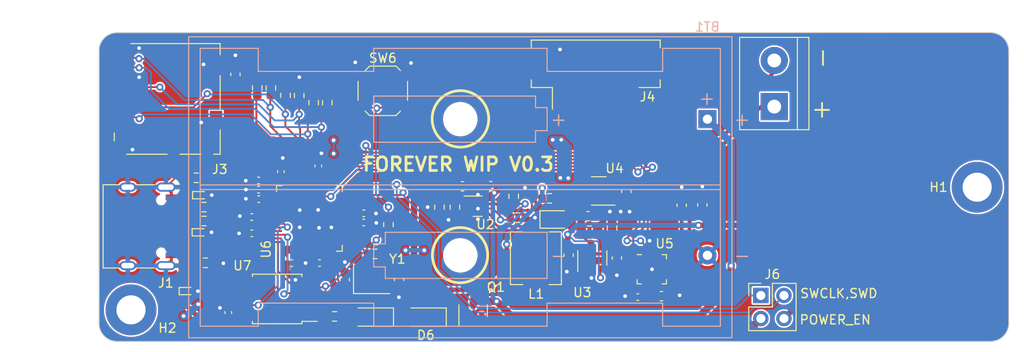
<source format=kicad_pcb>
(kicad_pcb (version 20211014) (generator pcbnew)
  (layers (0 "F.Cu" signal) (31 "B.Cu" signal) (34 "B.Paste" user) (35 "F.Paste" user) (36 "B.SilkS" user "B.Silkscreen") (37 "F.SilkS" user "F.Silkscreen") (38 "B.Mask" user) (39 "F.Mask" user) (44 "Edge.Cuts" user))
  (net 0 "")
  (net 1 "Net-(BT1-Pad1)")
  (net 2 "GND")
  (net 3 "+3.3V")
  (net 4 "Net-(C4-Pad1)")
  (net 5 "/Power/BAT_OR_USB_POWER_IN")
  (net 6 "VDD")
  (net 7 "Net-(C12-Pad1)")
  (net 8 "Net-(C13-Pad2)")
  (net 9 "Net-(C14-Pad2)")
  (net 10 "Net-(C15-Pad1)")
  (net 11 "+1V1")
  (net 12 "/USB_VBUS")
  (net 13 "Net-(D2-Pad1)")
  (net 14 "Net-(D3-Pad1)")
  (net 15 "Net-(D5-Pad1)")
  (net 16 "Net-(D5-Pad2)")
  (net 17 "Net-(J1-PadA5)")
  (net 19 "Net-(J1-PadB5)")
  (net 21 "/rp2040/GPIO5")
  (net 22 "/rp2040/GPIO4")
  (net 23 "SD_DAT2")
  (net 24 "SD_CS")
  (net 25 "SD_MOSI")
  (net 26 "SD_CLK")
  (net 27 "SD_MISO")
  (net 28 "SD_DAT1")
  (net 31 "INT")
  (net 32 "RP2040_SDA")
  (net 33 "RP2040_SCL")
  (net 34 "/Power/BAT_OR_USB_POWER_OUT")
  (net 35 "Net-(L1-Pad2)")
  (net 36 "/USB_D+")
  (net 37 "/USB_D-")
  (net 38 "Net-(R11-Pad2)")
  (net 39 "Net-(R12-Pad2)")
  (net 40 "Net-(R14-Pad2)")
  (net 41 "Net-(R16-Pad1)")
  (net 42 "Net-(R17-Pad1)")
  (net 43 "Net-(R18-Pad2)")
  (net 44 "/rp2040/~{USB_BOOT}")
  (net 45 "/rp2040/QSPI_SS")
  (net 46 "AMP_DIN")
  (net 47 "AMP_LRCLK")
  (net 48 "AMP_BCLK")
  (net 49 "/rp2040/GPIO12")
  (net 50 "/rp2040/GPIO13")
  (net 51 "/rp2040/SWCLK")
  (net 52 "/rp2040/SWD")
  (net 54 "/rp2040/GPIO3")
  (net 55 "/rp2040/GPIO2")
  (net 56 "/rp2040/GPIO1")
  (net 57 "/rp2040/GPIO0")
  (net 58 "/rp2040/QSPI_SD3")
  (net 59 "/rp2040/QSPI_SCLK")
  (net 60 "/rp2040/QSPI_SD0")
  (net 61 "/rp2040/QSPI_SD2")
  (net 62 "/rp2040/QSPI_SD1")
  (net 63 "/rp2040/GPIO11")
  (net 64 "/rp2040/GPIO10")
  (net 65 "/rp2040/GPIO9")
  (net 66 "/rp2040/GPIO8")
  (net 67 "/rp2040/GPIO7")
  (net 68 "/rp2040/GPIO6")
  (net 69 "/rp2040/GPIO23")
  (net 70 "/rp2040/GPIO16")
  (net 71 "/rp2040/GPIO15")
  (net 72 "/rp2040/GPIO14")
  (net 73 "Net-(D6-Pad1)")
  (footprint "Diode_SMD:D_SOD-123" (layer "F.Cu") (at 127.1 89.3 180)
    (fp_text reference "D4" hide)
    (fp_text value "B5819W SL")
  )
  (footprint "Capacitor_SMD:C_0603_1608Metric" (layer "F.Cu") (at 111.975 62.59 90)
    (fp_text reference "C1" hide)
    (fp_text value "10uF")
  )
  (footprint "Resistor_SMD:R_0603_1608Metric" (layer "F.Cu") (at 136.1 77.2 90)
    (fp_text reference "R11" hide)
    (fp_text value "1K")
  )
  (footprint "Capacitor_SMD:C_0402_1005Metric" (layer "F.Cu") (at 121.215 83.35 180)
    (fp_text reference "C21" hide)
    (fp_text value "100nF")
  )
  (footprint "Resistor_SMD:R_0603_1608Metric" (layer "F.Cu") (at 128.795 79.13 -90)
    (fp_text reference "R19" hide)
    (fp_text value "1K")
  )
  (footprint "Package_TO_SOT_SMD:SOT-23-3" (layer "F.Cu") (at 151.905 75.42 180)
    (fp_text reference "U4")
    (fp_text value "XC6206P332MR")
  )
  (footprint "Diode_SMD:D_SOD-123" (layer "F.Cu") (at 132.9 89.3 180)
    (fp_text reference "D6")
    (fp_text value "B5819W SL")
  )
  (footprint "Capacitor_SMD:C_0603_1608Metric" (layer "F.Cu") (at 148.6 82.5 -90)
    (fp_text reference "C5" hide)
    (fp_text value "10uF")
  )
  (footprint "Capacitor_SMD:C_0402_1005Metric" (layer "F.Cu") (at 114.525 74.27 180)
    (fp_text reference "C26" hide)
    (fp_text value "100nF")
  )
  (footprint "Capacitor_SMD:C_0402_1005Metric" (layer "F.Cu") (at 156.2 87.1 180)
    (fp_text reference "C11" hide)
    (fp_text value "100nF")
  )
  (footprint "TerminalBlock:TerminalBlock_bornier-2_P5.08mm" (layer "F.Cu") (at 171.2 66.14 90)
    (fp_text reference "J7" hide)
    (fp_text value "Screw_Terminal_Speaker")
  )
  (footprint "Diode_SMD:D_SOD-923" (layer "F.Cu") (at 108.0175 79.975)
    (fp_text reference "D3" hide)
    (fp_text value "DF2S6.8FS")
  )
  (footprint "Capacitor_SMD:C_0402_1005Metric" (layer "F.Cu") (at 114.535 76.32 180)
    (fp_text reference "C18" hide)
    (fp_text value "1uF")
  )
  (footprint "Package_SO:TSOP-6_1.65x3.05mm_P0.95mm" (layer "F.Cu") (at 151.2 82.8 90)
    (fp_text reference "U3")
    (fp_text value "TLV61070A")
  )
  (footprint "Capacitor_SMD:C_0402_1005Metric" (layer "F.Cu") (at 126.085 77.88)
    (fp_text reference "C16" hide)
    (fp_text value "100nF")
  )
  (footprint "Resistor_SMD:R_0603_1608Metric" (layer "F.Cu") (at 122.875 89.23 180)
    (fp_text reference "R20" hide)
    (fp_text value "10K")
  )
  (footprint "Capacitor_SMD:C_0603_1608Metric" (layer "F.Cu") (at 163.295 76.96 90)
    (fp_text reference "C12" hide)
    (fp_text value "220pF")
  )
  (footprint "MountingHole:MountingHole_3.2mm_M3_DIN965_Pad" (layer "F.Cu") (at 193.5 75.0075)
    (fp_text reference "H1")
    (fp_text value "MountingHole")
  )
  (footprint "Resistor_SMD:R_0603_1608Metric" (layer "F.Cu") (at 114.375 64.07 -90)
    (fp_text reference "R8" hide)
    (fp_text value "10K")
  )
  (footprint "Capacitor_SMD:C_0402_1005Metric" (layer "F.Cu") (at 113.775 78.29 180)
    (fp_text reference "C19" hide)
    (fp_text value "100nF")
  )
  (footprint "Resistor_SMD:R_0603_1608Metric" (layer "F.Cu") (at 127.305 82.35 180)
    (fp_text reference "R18" hide)
    (fp_text value "1K")
  )
  (footprint "Capacitor_SMD:C_0603_1608Metric" (layer "F.Cu") (at 150.735 78.2)
    (fp_text reference "C8" hide)
    (fp_text value "10uF")
  )
  (footprint "Resistor_SMD:R_0603_1608Metric" (layer "F.Cu") (at 108.525 78.725)
    (fp_text reference "R10" hide)
    (fp_text value "27R")
  )
  (footprint "Resistor_SMD:R_0603_1608Metric" (layer "F.Cu") (at 115.875 64.09 -90)
    (fp_text reference "R3" hide)
    (fp_text value "10K")
  )
  (footprint "Resistor_SMD:R_0603_1608Metric" (layer "F.Cu") (at 142.56 76.01 90)
    (fp_text reference "R16" hide)
    (fp_text value "27K")
  )
  (footprint "Capacitor_SMD:C_0603_1608Metric" (layer "F.Cu") (at 129.965 85.15 -90)
    (fp_text reference "C15" hide)
    (fp_text value "27pF")
  )
  (footprint "Diode_SMD:D_SOD-923" (layer "F.Cu") (at 108.065 75.89)
    (fp_text reference "D2" hide)
    (fp_text value "DF2S6.8FS")
  )
  (footprint "Capacitor_SMD:C_0402_1005Metric" (layer "F.Cu") (at 126.075 78.89)
    (fp_text reference "C25" hide)
    (fp_text value "100nF")
  )
  (footprint "Resistor_SMD:R_0603_1608Metric" (layer "F.Cu") (at 120.575 65.7 -90)
    (fp_text reference "R7" hide)
    (fp_text value "10K")
  )
  (footprint "Capacitor_SMD:C_0603_1608Metric" (layer "F.Cu") (at 154.945 75.46 -90)
    (fp_text reference "C9" hide)
    (fp_text value "10uF")
  )
  (footprint "Package_DFN_QFN:QFN-56-1EP_7x7mm_P0.4mm_EP3.2x3.2mm" (layer "F.Cu") (at 120.105 78.44 90)
    (fp_text reference "U6")
    (fp_text value "RP2040")
  )
  (footprint "Connector_Card:microSD_HC_Molex_104031-0811" (layer "F.Cu") (at 104.475 65.31 90)
    (fp_text reference "J3")
    (fp_text value "Micro_SD_Card_Det")
  )
  (footprint "Resistor_SMD:R_0603_1608Metric" (layer "F.Cu") (at 118.985 64.91 90)
    (fp_text reference "R5" hide)
    (fp_text value "10K")
  )
  (footprint "MountingHole:MountingHole_3.2mm_M3_DIN965_Pad" (layer "F.Cu") (at 100.5 88.5075)
    (fp_text reference "H2")
    (fp_text value "MountingHole")
  )
  (footprint "Resistor_SMD:R_0603_1608Metric" (layer "F.Cu") (at 134.4 77.2 90)
    (fp_text reference "R12" hide)
    (fp_text value "10K")
  )
  (footprint "Package_DFN_QFN:TQFN-16-1EP_3x3mm_P0.5mm_EP1.6x1.6mm" (layer "F.Cu") (at 157.735 84.04)
    (fp_text reference "U5")
    (fp_text value "MAX98357")
  )
  (footprint "LED_SMD:LED_0805_2012Metric" (layer "F.Cu") (at 147.135 78.56)
    (fp_text reference "D5" hide)
    (fp_text value "CHARGE_LED")
  )
  (footprint "Resistor_SMD:R_0603_1608Metric" (layer "F.Cu") (at 146.505 76.24)
    (fp_text reference "R13" hide)
    (fp_text value "2K7")
  )
  (footprint "Resistor_SMD:R_0603_1608Metric" (layer "F.Cu") (at 153.375 79.5 90)
    (fp_text reference "R15" hide)
    (fp_text value "2K7")
  )
  (footprint "Capacitor_SMD:C_0402_1005Metric" (layer "F.Cu") (at 118.165 83.36)
    (fp_text reference "C22" hide)
    (fp_text value "100nF")
  )
  (footprint "Capacitor_SMD:C_0402_1005Metric" (layer "F.Cu") (at 121.085 72.66 90)
    (fp_text reference "C24" hide)
    (fp_text value "100nF")
  )
  (footprint "Connector_USB:USB_C_Receptacle_G-Switch_GT-USB-7010ASV" (layer "F.Cu") (at 101.215 79.32 -90)
    (fp_text reference "J1")
    (fp_text value "USB_C_Receptacle_USB2.0")
  )
  (footprint "Resistor_SMD:R_0603_1608Metric" (layer "F.Cu") (at 108.675 83.33 180)
    (fp_text reference "R1" hide)
    (fp_text value "5.1K")
  )
  (footprint "Capacitor_SMD:C_0402_1005Metric" (layer "F.Cu") (at 113.775 80.09 180)
    (fp_text reference "C17" hide)
    (fp_text value "100nF")
  )
  (footprint "Resistor_SMD:R_0603_1608Metric" (layer "F.Cu") (at 143 78.36)
    (fp_text reference "R17" hide)
    (fp_text value "27K")
  )
  (footprint "Capacitor_SMD:C_0402_1005Metric" (layer "F.Cu") (at 116.975 73.29 90)
    (fp_text reference "C23" hide)
    (fp_text value "100nF")
  )
  (footprint "Capacitor_SMD:C_0402_1005Metric" (layer "F.Cu") (at 111.195 88.8 90)
    (fp_text reference "C27" hide)
    (fp_text value "100nF")
  )
  (footprint "Resistor_SMD:R_0603_1608Metric" (layer "F.Cu") (at 108.525 77.2)
    (fp_text reference "R9" hide)
    (fp_text value "27R")
  )
  (footprint "Package_SON:WSON-8-1EP_2x2mm_P0.5mm_EP0.9x1.6mm" (layer "F.Cu") (at 138.6 77.1)
    (fp_text reference "U2")
    (fp_text value "BQ25172")
  )
  (footprint "Resistor_SMD:R_0603_1608Metric" (layer "F.Cu") (at 117.475 64.89 -90)
    (fp_text reference "R6" hide)
    (fp_text value "10K")
  )
  (footprint "Capacitor_SMD:C_0603_1608Metric" (layer "F.Cu") (at 153.9 82.8 -90)
    (fp_text reference "C6" hide)
    (fp_text value "22uF")
  )
  (footprint "Capacitor_SMD:C_0603_1608Metric" (layer "F.Cu") (at 140.04 74.89 180)
    (fp_text reference "C7" hide)
    (fp_text value "10uF")
  )
  (footprint "Capacitor_SMD:C_0402_1005Metric" (layer "F.Cu") (at 114.525 75.28 180)
    (fp_text reference "C20" hide)
    (fp_text value "1uF")
  )
  (footprint "Inductor_SMD:L_Sunlord_MWSA05xxS" (layer "F.Cu") (at 145 82.83 -90)
    (fp_text reference "L1")
    (fp_text value "2.2uH")
  )
  (footprint "Package_SO:SOIC-8_5.23x5.23mm_P1.27mm" (layer "F.Cu") (at 116.565 87.31 180)
    (fp_text reference "U7")
    (fp_text value "W25Q128JVS")
  )
  (footprint "Diode_SMD:D_SOD-923" (layer "F.Cu") (at 106.5875 86.44)
    (fp_text reference "D1" hide)
    (fp_text value "DF2S6.8FS")
  )
  (footprint "Resistor_SMD:R_0603_1608Metric" (layer "F.Cu") (at 122.075 65.71 -90)
    (fp_text reference "R4" hide)
    (fp_text value "10K")
  )
  (footprint "Button_Switch_SMD:SW_SPST_SKQG_WithoutStem" (layer "F.Cu") (at 128.175 64.4)
    (fp_text reference "SW6")
    (fp_text value "BOOTSEL")
  )
  (footprint "Connector_PinHeader_2.54mm:PinHeader_2x02_P2.54mm_Vertical" (layer "F.Cu") (at 169.725 86.925)
    (fp_text reference "J6")
    (fp_text value "Conn_02x02_Top_Bottom")
  )
  (footprint "Resistor_SMD:R_0603_1608Metric" (layer "F.Cu") (at 107.675 73.975 180)
    (fp_text reference "R2" hide)
    (fp_text value "5.1K")
  )
  (footprint "Connector_JST:JST_PH_B5B-PH-SM4-TB_1x05-1MP_P2.00mm_Vertical" (layer "F.Cu") (at 151.575 63.175)
    (fp_text reference "J4")
    (fp_text value "Conn_01x05_Male")
  )
  (footprint "Capacitor_SMD:C_0603_1608Metric" (layer "F.Cu") (at 123.995 85.18 -90)
    (fp_text reference "C14" hide)
    (fp_text value "27pF")
  )
  (footprint "Resistor_SMD:R_0805_2012Metric" (layer "F.Cu") (at 150.885 80.01)
    (fp_text reference "R14" hide)
    (fp_text value "24.3K")
  )
  (footprint "Capacitor_SMD:C_0603_1608Metric" (layer "F.Cu") (at 158.8 87)
    (fp_text reference "C10" hide)
    (fp_text value "10uF")
  )
  (footprint "Capacitor_SMD:C_0603_1608Metric" (layer "F.Cu") (at 161.025 77 -90)
    (fp_text reference "C13" hide)
    (fp_text value "220pF")
  )
  (footprint "Crystal:Crystal_SMD_3225-4Pin_3.2x2.5mm" (layer "F.Cu") (at 126.955 85.07)
    (fp_text reference "Y1")
    (fp_text value "X322512MSB4SI")
  )
  (footprint "Package_TO_SOT_SMD:SOT-23" (layer "F.Cu") (at 138.1 88.6 90)
    (fp_text reference "Q1")
    (fp_text value "DMG2305UX")
  )
  (footprint "Capacitor_SMD:C_0603_1608Metric" (layer "F.Cu") (at 136.935 74.91)
    (fp_text reference "C4" hide)
    (fp_text value "10uF")
  )
  (footprint "Battery:BatteryHolder_Keystone_2462_2xAA" (layer "B.Cu") (at 163.855 67.52 180)
    (fp_text reference "BT1")
    (fp_text value "3 cell NiMH")
  )
  (gr_circle (center 136.704984 67.49) (end 139.815 67.49) (layer "F.SilkS") (width 0.3) (fill none))
  (gr_circle (center 136.664925 82.49) (end 139.705 82.49) (layer "F.SilkS") (width 0.3) (fill none))
  (gr_line (start 194.975 91.99) (end 98.975 91.99) (layer "Edge.Cuts") (width 0.1))
  (gr_line (start 194.975 57.99) (end 98.975 57.99) (layer "Edge.Cuts") (width 0.1))
  (gr_arc (start 196.975 89.99) (mid 196.389214 91.404214) (end 194.975 91.99) (layer "Edge.Cuts") (width 0.1))
  (gr_line (start 96.975 59.99) (end 96.975 89.99) (layer "Edge.Cuts") (width 0.1))
  (gr_line (start 196.975 89.99) (end 196.975 59.99) (layer "Edge.Cuts") (width 0.1))
  (gr_arc (start 96.975 59.99) (mid 97.560786 58.575786) (end 98.975 57.99) (layer "Edge.Cuts") (width 0.1))
  (gr_arc (start 194.975 57.99) (mid 196.389214 58.575786) (end 196.975 59.99) (layer "Edge.Cuts") (width 0.1))
  (gr_arc (start 98.975 91.99) (mid 97.560786 91.404214) (end 96.975 89.99) (layer "Edge.Cuts") (width 0.1))
  (gr_text "-\n" (at 176.4 60.8 90) (layer "F.SilkS") (effects (font (size 2 2) (thickness 0.2))))
  (gr_text "POWER_EN" (at 177.9 89.6) (layer "F.SilkS") (effects (font (size 1 1))))
  (gr_text "+" (at 176.3 66.5 90) (layer "F.SilkS") (effects (font (size 2 2) (thickness 0.2))))
  (gr_text "SWCLK,SWD" (at 178.3 86.7) (layer "F.SilkS") (effects (font (size 1 1))))
  (gr_text "FOREVER WIP V0.3" (at 136.475 72.49) (layer "F.SilkS") (effects (font (size 1.5 1.5) (thickness 0.3))))
  (segment (start 139.33 75.97) (end 139.4 75.9) (width 0.2) (layer "F.Cu") (net 1))
  (segment (start 139.6 76.1) (end 139.945 76.1) (width 0.6) (layer "F.Cu") (net 1))
  (segment (start 140.4225 75.8975) (end 140.4225 75.6225) (width 0.2) (layer "F.Cu") (net 1))
  (segment (start 140.4225 75.9975) (end 140.4225 75.6225) (width 0.2) (layer "F.Cu") (net 1))
  (segment (start 139.55 76.35) (end 139.62 76.42) (width 0.2) (layer "F.Cu") (net 1))
  (segment (start 139.9 76.42) (end 140.4225 75.8975) (width 0.2) (layer "F.Cu") (net 1))
  (segment (start 163.085 89.1) (end 142.215 89.1) (width 0.8) (layer "F.Cu") (net 1))
  (segment (start 166.455 83.65) (end 166.455 85.73) (width 0.8) (layer "F.Cu") (net 1))
  (segment (start 139.62 76.42) (end 140 76.42) (width 0.2) (layer "F.Cu") (net 1))
  (segment (start 139.9 75.9) (end 140.0225 76.0225) (width 0.2) (layer "F.Cu") (net 1))
  (segment (start 139.33 76.4) (end 139.33 75.97) (width 0.2) (layer "F.Cu") (net 1))
  (segment (start 139.4 75.9) (end 139.9 75.9) (width 0.2) (layer "F.Cu") (net 1))
  (segment (start 139.945 76.1) (end 140.0225 76.0225) (width 0.6) (layer "F.Cu") (net 1))
  (segment (start 140.0225 76.0225) (end 140.815 75.23) (width 0.8) (layer "F.Cu") (net 1))
  (segment (start 142.215 89.1) (end 140.68 87.565) (width 0.8) (layer "F.Cu") (net 1))
  (segment (start 140 76.42) (end 140.4225 75.9975) (width 0.2) (layer "F.Cu") (net 1))
  (segment (start 166.455 85.73) (end 163.085 89.1) (width 0.8) (layer "F.Cu") (net 1))
  (segment (start 139.62 76.42) (end 139.9 76.42) (width 0.2) (layer "F.Cu") (net 1))
  (segment (start 138.1975 87.565) (end 138.1 87.6625) (width 0.8) (layer "F.Cu") (net 1))
  (segment (start 139.5 76.4) (end 139.33 76.4) (width 0.2) (layer "F.Cu") (net 1))
  (segment (start 140.4225 75.6225) (end 140.540015 75.6225) (width 0.3) (layer "F.Cu") (net 1))
  (segment (start 140.68 87.565) (end 138.1975 87.565) (width 0.8) (layer "F.Cu") (net 1))
  (segment (start 139.55 76.35) (end 139.5 76.4) (width 0.2) (layer "F.Cu") (net 1))
  (via (at 140.68 87.565) (size 0.8) (drill 0.4) (layers "F.Cu" "B.Cu") (net 1))
  (via (at 140.4225 75.6225) (size 0.8) (drill 0.4) (layers "F.Cu" "B.Cu") (net 1))
  (via (at 166.455 83.65) (size 0.8) (drill 0.4) (layers "F.Cu" "B.Cu") (net 1))
  (segment (start 140.27 87.155) (end 140.68 87.565) (width 0.5) (layer "B.Cu") (net 1))
  (segment (start 140.4225 75.6225) (end 140.27 75.775) (width 0.5) (layer "B.Cu") (net 1))
  (segment (start 166.455 83.65) (end 166.455 70.12) (width 0.8) (layer "B.Cu") (net 1))
  (segment (start 166.455 70.12) (end 163.855 67.52) (width 0.8) (layer "B.Cu") (net 1))
  (segment (start 140.27 75.775) (end 140.27 87.155) (width 0.5) (layer "B.Cu") (net 1))
  (segment (start 138.63 75.525) (end 139.265 74.89) (width 0.8) (layer "F.Cu") (net 2))
  (segment (start 138.23 78.53) (end 137.65 77.95) (width 0.3) (layer "F.Cu") (net 2))
  (segment (start 110.605 83.33) (end 110.655 83.38) (width 0.2) (layer "F.Cu") (net 2))
  (segment (start 104.94 83.04) (end 104.34 83.64) (width 0.3) (layer "F.Cu") (net 2))
  (segment (start 153.1325 76.46) (end 153.0425 76.37) (width 0.8) (layer "F.Cu") (net 2))
  (segment (start 157.485 80.915) (end 157.485 82.6025) (width 0.2) (layer "F.Cu") (net 2))
  (segment (start 107.85 86.45) (end 107.84 86.44) (width 0.2) (layer "F.Cu") (net 2))
  (segment (start 135.4 78.6) (end 135.625 78.6) (width 0.2) (layer "F.Cu") (net 2))
  (segment (start 109.51 67.89) (end 109.85 67.55) (width 0.2) (layer "F.Cu") (net 2))
  (segment (start 139.245 74.91) (end 139.265 74.89) (width 0.8) (layer "F.Cu") (net 2))
  (segment (start 138.63 75.63) (end 137.91 74.91) (width 0.8) (layer "F.Cu") (net 2))
  (segment (start 147.65 59.85) (end 147.65 63.6) (width 0.2) (layer "F.Cu") (net 2))
  (segment (start 152.0175 77.6925) (end 153.1325 77.6925) (width 0.5) (layer "F.Cu") (net 2))
  (segment (start 114.055 76.32) (end 113.165 76.32) (width 0.2) (layer "F.Cu") (net 2))
  (segment (start 155.3 77) (end 154.945 76.645) (width 0.6) (layer "F.Cu") (net 2))
  (segment (start 161.025 76.225) (end 161.025 75) (width 0.3) (layer "F.Cu") (net 2))
  (segment (start 138.6 77.1) (end 138.6 77.435) (width 0.3) (layer "F.Cu") (net 2))
  (segment (start 125.145 61.27) (end 125.145 62.48) (width 0.2) (layer "F.Cu") (net 2))
  (segment (start 159.675 86.9) (end 160.8 86.9) (width 0.5) (layer "F.Cu") (net 2))
  (segment (start 104.34 75) (end 105.365 73.975) (width 0.19) (layer "F.Cu") (net 2))
  (segment (start 153.1325 77.6925) (end 153.1325 76.46) (width 0.8) (layer "F.Cu") (net 2))
  (segment (start 122.535 79.44) (end 122.525 79.43) (width 0.2) (layer "F.Cu") (net 2))
  (segment (start 118.985 62.91) (end 118.985 64.085) (width 0.2) (layer "F.Cu") (net 2))
  (segment (start 109.85 61.58) (end 108.565 61.58) (width 0.2) (layer "F.Cu") (net 2))
  (segment (start 127.405 78.89) (end 126.555 78.89) (width 0.2) (layer "F.Cu") (net 2))
  (segment (start 129.965 85.925) (end 129.965 87.1) (width 0.2) (layer "F.Cu") (net 2))
  (segment (start 118.565 85.21) (end 118.75 85.395) (width 0.2) (layer "F.Cu") (net 2))
  (segment (start 148.6 84.3) (end 148.7 84.2) (width 0.6) (layer "F.Cu") (net 2))
  (segment (start 108.475 61.49) (end 108.565 61.58) (width 0.2) (layer "F.Cu") (net 2))
  (segment (start 154.9 87.1) (end 154.8 87) (width 0.5) (layer "F.Cu") (net 2))
  (segment (start 123.995 83.26) (end 124.005 83.25) (width 0.2) (layer "F.Cu") (net 2))
  (segment (start 154.3225 77.6925) (end 153.1325 77.6925) (width 0.6) (layer "F.Cu") (net 2))
  (segment (start 131.275 61.34) (end 131.275 62.05) (width 0.2) (layer "F.Cu") (net 2))
  (segment (start 159.575 87) (end 159.675 86.9) (width 0.5) (layer "F.Cu") (net 2))
  (segment (start 128.06 85.925) (end 128.055 85.92) (width 0.2) (layer "F.Cu") (net 2))
  (segment (start 123.995 84.405) (end 123.995 83.26) (width 0.2) (layer "F.Cu") (net 2))
  (segment (start 113.165 76.32) (end 113.125 76.28) (width 0.2) (layer "F.Cu") (net 2))
  (segment (start 131.275 62.05) (end 130.775 62.55) (width 0.2) (layer "F.Cu") (net 2))
  (segment (start 138.185 77.85) (end 137.65 77.85) (width 0.3) (layer "F.Cu") (net 2))
  (segment (start 153.1325 78.5625) (end 153.375 78.805) (width 0.3) (layer "F.Cu") (net 2))
  (segment (start 118.995 62.9) (end 118.985 62.91) (width 0.2) (layer "F.Cu") (net 2))
  (segment (start 120.735 83.35) (end 119.695 83.35) (width 0.2) (layer "F.Cu") (net 2))
  (segment (start 121.105 72.25) (end 121.105 71.5995) (width 0.2) (layer "F.Cu") (net 2))
  (segment (start 109.345 79.97) (end 109.34 79.975) (width 0.19) (layer "F.Cu") (net 2))
  (segment (start 127.405 77.88) (end 127.425 77.9) (width 0.2) (layer "F.Cu") (net 2))
  (segment (start 153.9 83.575) (end 153.9 84.7) (width 0.5) (layer "F.Cu") (net 2))
  (segment (start 108.215 67.89) (end 109.51 67.89) (width 0.2) (layer "F.Cu") (net 2))
  (segment (start 114.045 75.28) (end 113.135 75.28) (width 0.2) (layer "F.Cu") (net 2))
  (segment (start 111.975 61.815) (end 111.975 60.49) (width 0.2) (layer "F.Cu") (net 2))
  (segment (start 117.175 71.79) (end 117.025 71.94) (width 0.2) (layer "F.Cu") (net 2))
  (segment (start 133.1 77.2) (end 133.1 77.55) (width 0.2) (layer "F.Cu") (net 2))
  (segment (start 137.95 77.85) (end 137.65 77.85) (width 0.3) (layer "F.Cu") (net 2))
  (segment (start 153.1325 77.6925) (end 153.1325 78.5625) (width 0.3) (layer "F.Cu") (net 2))
  (segment (start 101.385 59.7) (end 99.52 59.7) (width 0.2) (layer "F.Cu") (net 2))
  (segment (start 138.63 78.53) (end 137.95 77.85) (width 0.3) (layer "F.Cu") (net 2))
  (segment (start 107.84 86.44) (end 107.0075 86.44) (width 0.2) (layer "F.Cu") (net 2))
  (segment (start 157.485 82.6025) (end 157.485 83.79) (width 0.2) (layer "F.Cu") (net 2))
  (segment (start 137.91 74.91) (end 137.71 74.91) (width 0.8) (layer "F.Cu") (net 2))
  (segment (start 129.965 87.1) (end 129.945 87.12) (width 0.2) (layer "F.Cu") (net 2))
  (segment (start 133.1 77.55) (end 133.575 78.025) (width 0.2) (layer "F.Cu") (net 2))
  (segment (start 135.625 78.6) (end 136.1 78.125) (width 0.2) (layer "F.Cu") (net 2))
  (segment (start 163.295 74.94) (end 163.295 76.185) (width 0.3) (layer "F.Cu") (net 2))
  (segment (start 109.365 75.89) (end 108.485 75.89) (width 0.19) (layer "F.Cu") (net 2))
  (segment (start 125.855 84.22) (end 124.18 84.22) (width 0.2) (layer "F.Cu") (net 2))
  (segment (start 144.555 75.81) (end 143.805 75.06) (width 0.2) (layer "F.Cu") (net 2))
  (segment (start 142.56 75.185) (end 143.68 75.185) (width 0.2) (layer "F.Cu") (net 2))
  (segment (start 133.575 78.025) (end 134.4 78.025) (width 0.2) (layer "F.Cu") (net 2))
  (segment (start 104.94 75.6) (end 104.34 75) (width 0.3) (layer "F.Cu") (net 2))
  (segment (start 157.5 80.9) (end 157.485 80.915) (width 0.2) (layer "F.Cu") (net 2))
  (segment (start 101.38 62.915) (end 99.025 62.915) (width 0.2) (layer "F.Cu") (net 2))
  (segment (start 104.94 76.12) (end 104.94 75.6) (width 0.3) (layer "F.Cu") (net 2))
  (segment (start 104.94 82.52) (end 104.94 83.04) (width 0.3) (layer "F.Cu") (net 2))
  (segment (start 137.65 77.95) (end 137.65 77.85) (width 0.3) (layer "F.Cu") (net 2))
  (segment (start 144.555 77.63) (end 144.555 75.81) (width 0.2) (layer "F.Cu") (net 2))
  (segment (start 121.105 71.5995) (end 121.425 71.2795) (width 0.2) (layer "F.Cu") (net 2))
  (segment (start 148.4 84.3) (end 148.6 84.3) (width 0.6) (layer "F.Cu") (net 2))
  (segment (start 138.63 77.13) (end 138.6 77.1) (width 0.8) (layer "F.Cu") (net 2))
  (segment (start 125.145 62.48) (end 125.075 62.55) (width 0.2) (layer "F.Cu") (net 2))
  (segment (start 137.71 74.91) (end 139.245 74.91) (width 0.8) (layer "F.Cu") (net 2))
  (segment (start 127.455 78.94) (end 127.405 78.89) (width 0.2) (layer "F.Cu") (net 2))
  (segment (start 155.3 77.7) (end 155.3 77) (width 0.6) (layer "F.Cu") (net 2))
  (segment (start 113.135 74.27) (end 113.115 74.29) (width 0.2) (layer "F.Cu") (net 2))
  (segment (start 147.65 63.6) (end 147.575 63.675) (width 0.2) (layer "F.Cu") (net 2))
  (segment (start 119.695 83.35) (end 119.685 83.36) (width 0.2) (layer "F.Cu") (net 2))
  (segment (start 111.165 88.29) (end 111.195 88.32) (width 0.2) (layer "F.Cu") (net 2))
  (segment (start 143.68 75.185) (end 143.805 75.06) (width 0.2) (layer "F.Cu") (net 2))
  (segment (start 109.375 75.88) (end 109.365 75.89) (width 0.19) (layer "F.Cu") (net 2))
  (segment (start 109.5 83.33) (end 110.605 83.33) (width 0.2) (layer "F.Cu") (net 2))
  (segment (start 151.51 78.2) (end 152.0175 77.6925) (width 0.5) (layer "F.Cu") (net 2))
  (segment (start 124.18 84.22) (end 123.995 84.405) (width 0.2) (layer "F.Cu") (net 2))
  (segment (start 138.63 78.53) (end 138.23 78.53) (width 0.3) (layer "F.Cu") (net 2))
  (segment (start 151.1 83.96) (end 151.1 85) (width 0.8) (layer "F.Cu") (net 2))
  (segment (start 105.365 73.975) (end 106.85 73.975) (width 0.19) (layer "F.Cu") (net 2))
  (segment (start 138.63 78.53) (end 138.63 77.13) (width 0.8) (layer "F.Cu") (net 2))
  (segment (start 112.465 78.19) (end 113.415 78.19) (width 0.2) (layer "F.Cu") (net 2))
  (segment (start 157.485 83.79) (end 157.735 84.04) (width 0.2) (layer "F.Cu") (net 2))
  (segment (start 138.63 75.83) (end 138.63 75.63) (width 0.8) (layer "F.Cu") (net 2))
  (segment (start 144.9 78.36) (end 143.825 78.36) (width 0.2) (layer "F.Cu") (net 2))
  (segment (start 118.75 85.395) (end 120.165 85.395) (width 0.2) (layer "F.Cu") (net 2))
  (segment (start 109.34 79.975) (end 108.4375 79.975) (width 0.19) (layer "F.Cu") (net 2))
  (segment (start 126.565 77.88) (end 127.405 77.88) (width 0.2) (layer "F.Cu") (net 2))
  (segment (start 112.375 80.09) (end 113.295 80.09) (width 0.2) (layer "F.Cu") (net 2))
  (segment (start 138.63 77.07) (end 138.63 75.83) (width 0.8) (layer "F.Cu") (net 2))
  (segment (start 138.6 77.435) (end 138.185 77.85) (width 0.3) (layer "F.Cu") (net 2))
  (segment (start 154.945 76.645) (end 154.945 76.235) (width 0.6) (layer "F.Cu") (net 2))
  (segment (start 138.63 75.83) (end 138.63 75.525) (width 0.8) (layer "F.Cu") (net 2))
  (segment (start 117.025 71.94) (end 117.025 72.52) (width 0.2) (layer "F.Cu") (net 2))
  (segment (start 156.2975 84.29) (end 157.485 84.29) (width 0.2) (layer "F.Cu") (net 2))
  (segment (start 148.7 84.2) (end 148.7 83.275) (width 0.6) (layer "F.Cu") (net 2))
  (segment (start 123.5425 79.44) (end 122.535 79.44) (width 0.2) (layer "F.Cu") (net 2))
  (segment (start 113.135 75.28) (end 113.125 75.27) (width 0.2) (layer "F.Cu") (net 2))
  (segment (start 129.965 85.925) (end 128.06 85.925) (width 0.2) (layer "F.Cu") (net 2))
  (segment (start 110.275 88.29) (end 111.165 88.29) (width 0.2) (layer "F.Cu") (net 2))
  (segment (start 155.72 87.1) (end 154.9 87.1) (width 0.5) (layer "F.Cu") (net 2))
  (segment (start 157.485 84.29) (end 157.735 84.04) (width 0.2) (layer "F.Cu") (net 2))
  (segment (start 159.1725 83.79) (end 157.985 83.79) (width 0.2) (layer "F.Cu") (net 2))
  (segment (start 101.395 62.9) (end 101.38 62.915) (width 0.2) (layer "F.Cu") (net 2))
  (segment (start 118.645 83.36) (end 119.685 83.36) (width 0.2) (layer "F.Cu") (net 2))
  (segment (start 100.66 70.875) (end 99.15 70.875) (width 0.2) (layer "F.Cu") (net 2))
  (segment (start 138.6 77.1) (end 138.63 77.07) (width 0.8) (layer "F.Cu") (net 2))
  (segment (start 114.045 74.27) (end 113.135 74.27) (width 0.2) (layer "F.Cu") (net 2))
  (segment (start 143.825 78.36) (end 144.555 77.63) (width 0.2) (layer "F.Cu") (net 2))
  (segment (start 157.985 83.79) (end 157.735 84.04) (width 0.2) (layer "F.Cu") (net 2))
  (segment (start 99.52 59.7) (end 99.375 59.555) (width 0.2) (layer "F.Cu") (net 2))
  (via (at 148.4 84.3) (size 0.8) (drill 0.4) (layers "F.Cu" "B.Cu") (net 2))
  (via (at 108.215 67.89) (size 0.8) (drill 0.4) (layers "F.Cu" "B.Cu") (net 2))
  (via (at 138.63 78.53) (size 0.8) (drill 0.4) (layers "F.Cu" "B.Cu") (net 2))
  (via (at 143.805 75.06) (size 0.8) (drill 0.4) (layers "F.Cu" "B.Cu") (net 2))
  (via (at 112.375 80.09) (size 0.8) (drill 0.4) (layers "F.Cu" "B.Cu") (net 2))
  (via (at 112.465 78.19) (size 0.8) (drill 0.4) (layers "F.Cu" "B.Cu") (net 2))
  (via (at 161.025 75) (size 0.8) (drill 0.4) (layers "F.Cu" "B.Cu") (net 2))
  (via (at 119.685 83.36) (size 0.8) (drill 0.4) (layers "F.Cu" "B.Cu") (net 2))
  (via (at 121.065 77.51) (size 0.8) (drill 0.4) (layers "F.Cu" "B.Cu") (net 2))
  (via (at 121.425 71.2795) (size 0.8) (drill 0.4) (layers "F.Cu" "B.Cu") (net 2))
  (via (at 113.115 74.29) (size 0.8) (drill 0.4) (layers "F.Cu" "B.Cu") (net 2))
  (via (at 118.995 62.9) (size 0.8) (drill 0.4) (layers "F.Cu" "B.Cu") (net 2))
  (via (at 109.375 75.88) (size 0.8) (drill 0.4) (layers "F.Cu" "B.Cu") (net 2))
  (via (at 138.63 75.83) (size 0.8) (drill 0.4) (layers "F.Cu" "B.Cu") (net 2))
  (via (at 154.3225 77.6925) (size 0.8) (drill 0.4) (layers "F.Cu" "B.Cu") (net 2))
  (via (at 113.125 76.28) (size 0.8) (drill 0.4) (layers "F.Cu" "B.Cu") (net 2))
  (via (at 157.5 80.9) (size 0.8) (drill 0.4) (layers "F.Cu" "B.Cu") (net 2))
  (via (at 117.175 71.79) (size 0.8) (drill 0.4) (layers "F.Cu" "B.Cu") (net 2))
  (via (at 113.125 75.27) (size 0.8) (drill 0.4) (layers "F.Cu" "B.Cu") (net 2))
  (via (at 119.035 79.42) (size 0.8) (drill 0.4) (layers "F.Cu" "B.Cu") (net 2))
  (via (at 147.65 59.85) (size 0.8) (drill 0.4) (layers "F.Cu" "B.Cu") (net 2))
  (via (at 163.295 74.94) (size 0.8) (drill 0.4) (layers "F.Cu" "B.Cu") (net 2))
  (via (at 110.275 88.29) (size 0.8) (drill 0.4) (layers "F.Cu" "B.Cu") (net 2))
  (via (at 157.765 84.04) (size 0.8) (drill 0.4) (layers "F.Cu" "B.Cu") (net 2))
  (via (at 100.66 70.875) (size 0.8) (drill 0.4) (layers "F.Cu" "B.Cu") (net 2))
  (via (at 133.1 77.2) (size 0.8) (drill 0.4) (layers "F.Cu" "B.Cu") (net 2))
  (via (at 127.425 77.9) (size 0.8) (drill 0.4) (layers "F.Cu" "B.Cu") (net 2))
  (via (at 125.145 61.27) (size 0.8) (drill 0.4) (layers "F.Cu" "B.Cu") (net 2))
  (via (at 160.8 86.9) (size 0.8) (drill 0.4) (layers "F.Cu" "B.Cu") (net 2))
  (via (at 109.345 79.97) (size 0.8) (drill 0.4) (layers "F.Cu" "B.Cu") (net 2))
  (via (at 153.9 84.7) (size 0.8) (drill 0.4) (layers "F.Cu" "B.Cu") (net 2))
  (via (at 122.525 79.43) (size 0.8) (drill 0.4) (layers "F.Cu" "B.Cu") (net 2))
  (via (at 151.1 85) (size 0.8) (drill 0.4) (layers "F.Cu" "B.Cu") (net 2))
  (via (at 135.4 78.6) (size 0.8) (drill 0.4) (layers "F.Cu" "B.Cu") (net 2))
  (via (at 127.455 78.94) (size 0.8) (drill 0.4) (layers "F.Cu" "B.Cu") (net 2))
  (via (at 118.565 85.21) (size 0.8) (drill 0.4) (layers "F.Cu" "B.Cu") (net 2))
  (via (at 153.1325 77.6925) (size 0.8) (drill 0.4) (layers "F.Cu" "B.Cu") (net 2))
  (via (at 144.9 78.36) (size 0.8) (drill 0.4) (layers "F.Cu" "B.Cu") (net 2))
  (via (at 138.63 77.37) (size 0.8) (drill 0.4) (layers "F.Cu" "B.Cu") (net 2))
  (via (at 111.975 60.49) (size 0.8) (drill 0.4) (layers "F.Cu" "B.Cu") (net 2))
  (via (at 101.385 59.7) (size 0.8) (drill 0.4) (layers "F.Cu" "B.Cu") (net 2))
  (via (at 121.165 79.48) (size 0.8) (drill 0.4) (layers "F.Cu" "B.Cu") (net 2))
  (via (at 108.475 61.49) (size 0.8) (drill 0.4) (layers "F.Cu" "B.Cu") (net 2))
  (via (at 101.395 62.9) (size 0.8) (drill 0.4) (layers "F.Cu" "B.Cu") (net 2))
  (via (at 154.8 87) (size 0.8) (drill 0.4) (layers "F.Cu" "B.Cu") (net 2))
  (via (at 107.85 86.45) (size 0.8) (drill 0.4) (layers "F.Cu" "B.Cu") (net 2))
  (via (at 155.3 77.7) (size 0.8) (drill 0.4) (layers "F.Cu" "B.Cu") (net 2))
  (via (at 131.275 61.34) (size 0.8) (drill 0.4) (layers "F.Cu" "B.Cu") (net 2))
  (via (at 119.045 77.53) (size 0.8) (drill 0.4) (layers "F.Cu" "B.Cu") (net 2))
  (via (at 110.655 83.38) (size 0.8) (drill 0.4) (layers "F.Cu" "B.Cu") (net 2))
  (via (at 129.945 87.12) (size 0.8) (drill 0.4) (layers "F.Cu" "B.Cu") (net 2))
  (via (at 124.005 83.25) (size 0.8) (drill 0.4) (layers "F.Cu" "B.Cu") (net 2))
  (segment (start 122.775 71.45) (end 122.775 71.31) (width 0.2) (layer "F.Cu") (net 3))
  (segment (start 116.575 75.67) (end 116.575 75.28) (width 0.3) (layer "F.Cu") (net 3))
  (segment (start 117.5 82.5) (end 117.5 81.8825) (width 0.2) (layer "F.Cu") (net 3))
  (segment (start 125.635 78.93) (end 124.945 78.24) (width 0.2) (layer "F.Cu") (net 3))
  (segment (start 115.995 78.24) (end 115.765 78.24) (width 0.2) (layer "F.Cu") (net 3))
  (segment (start 121.105 73.21) (end 121.105 75.0025) (width 0.2) (layer "F.Cu") (net 3))
  (segment (start 117.505 74.3) (end 116.975 73.77) (width 0.2) (layer "F.Cu") (net 3))
  (segment (start 115.565 74.27) (end 115.005 74.27) (width 0.3) (layer "F.Cu") (net 3))
  (segment (start 154.73 74.47) (end 154.945 74.685) (width 0.6) (layer "F.Cu") (net 3))
  (segment (start 121.695 83.35) (end 121.105 82.76) (width 0.2) (layer "F.Cu") (net 3))
  (segment (start 116.575 75.28) (end 115.565 74.27) (width 0.3) (layer "F.Cu") (net 3))
  (segment (start 121.105 82.76) (end 121.105 81.8775) (width 0.2) (layer "F.Cu") (net 3))
  (segment (start 115.965 76.24) (end 115.005 75.28) (width 0.2) (layer "F.Cu") (net 3))
  (segment (start 117.685 82.685) (end 117.5 82.5) (width 0.2) (layer "F.Cu") (net 3))
  (segment (start 116.165 77.84) (end 115.765 78.24) (width 0.2) (layer "F.Cu") (net 3))
  (segment (start 116.6675 75.7625) (end 116.575 75.67) (width 0.2) (layer "F.Cu") (net 3))
  (segment (start 111.26 89.215) (end 111.195 89.28) (width 0.2) (layer "F.Cu") (net 3))
  (segment (start 116.6675 75.84) (end 116.6675 75.7625) (width 0.2) (layer "F.Cu") (net 3))
  (segment (start 116.6675 78.24) (end 115.995 78.24) (width 0.2) (layer "F.Cu") (net 3))
  (segment (start 116.6675 77.84) (end 116.165 77.84) (width 0.2) (layer "F.Cu") (net 3))
  (segment (start 124.945 78.24) (end 123.835 78.24) (width 0.2) (layer "F.Cu") (net 3))
  (segment (start 115.765 78.24) (end 114.425 78.24) (width 0.2) (layer "F.Cu") (net 3))
  (segment (start 121.085 73.14) (end 122.775 71.45) (width 0.2) (layer "F.Cu") (net 3))
  (segment (start 117.505 75.0025) (end 117.505 74.3) (width 0.2) (layer "F.Cu") (net 3))
  (segment (start 153.0425 74.47) (end 154.73 74.47) (width 0.6) (layer "F.Cu") (net 3))
  (segment (start 117.685 83.36) (end 117.685 82.685) (width 0.2) (layer "F.Cu") (net 3))
  (segment (start 116.6675 76.24) (end 115.965 76.24) (width 0.2) (layer "F.Cu") (net 3))
  (segment (start 112.965 89.215) (end 111.26 89.215) (width 0.2) (layer "F.Cu") (net 3))
  (segment (start 117.5 81.8825) (end 117.505 81.8775) (width 0.2) (layer "F.Cu") (net 3))
  (segment (start 114.425 78.24) (end 114.375 78.19) (width 0.2) (layer "F.Cu") (net 3))
  (via (at 130.675 81.95) (size 0.8) (drill 0.4) (layers "F.Cu" "B.Cu") (net 3))
  (via (at 122.775 71.31) (size 0.8) (drill 0.4) (layers "F.Cu" "B.Cu") (net 3))
  (via (at 107.875 87.89) (size 0.8) (drill 0.4) (layers "F.Cu" "B.Cu") (net 3))
  (via (at 147.685 73.98) (size 0.8) (drill 0.4) (layers "F.Cu" "B.Cu") (net 3))
  (via (at 146.845 69.79) (size 0.8) (drill 0.4) (layers "F.Cu" "B.Cu") (net 3))
  (via (at 122.765 69.84) (size 0.8) (drill 0.4) (layers "F.Cu" "B.Cu") (net 3))
  (via (at 132.725 81.95) (size 0.8) (drill 0.4) (layers "F.Cu" "B.Cu") (net 3))
  (via (at 148.555 74.01) (size 0.8) (drill 0.4) (layers "F.Cu" "B.Cu") (net 3))
  (via (at 106.275 89.19) (size 0.8) (drill 0.4) (layers "F.Cu" "B.Cu") (net 3))
  (via (at 147.785 69.79) (size 0.8) (drill 0.4) (layers "F.Cu" "B.Cu") (net 3))
  (segment (start 146.845 69.79) (end 147.785 69.79) (width 0.8) (layer "B.Cu") (net 3))
  (segment (start 146.845 69.79) (end 146.845 69.99) (width 0.8) (layer "B.Cu") (net 3))
  (segment (start 147.765 69.81) (end 147.785 69.79) (width 0.8) (layer "B.Cu") (net 3))
  (segment (start 147.685 73.98) (end 148.525 73.98) (width 0.8) (layer "B.Cu") (net 3))
  (segment (start 147.245 70.19) (end 146.845 69.79) (width 0.8) (layer "B.Cu") (net 3))
  (segment (start 122.775 69.85) (end 122.765 69.84) (width 0.2) (layer "B.Cu") (net 3))
  (segment (start 148.115 70.19) (end 147.785 69.86) (width 0.8) (layer "B.Cu") (net 3))
  (segment (start 148.115 73.35) (end 148.115 70.19) (width 0.8) (layer "B.Cu") (net 3))
  (segment (start 106.275 89.19) (end 106.575 89.19) (width 0.8) (layer "B.Cu") (net 3))
  (segment (start 148.555 70.63) (end 148.555 74.01) (width 0.8) (layer "B.Cu") (net 3))
  (segment (start 122.775 71.31) (end 122.775 69.85) (width 0.2) (layer "B.Cu") (net 3))
  (segment (start 147.685 73.98) (end 147.685 73.78) (width 0.8) (layer "B.Cu") (net 3))
  (segment (start 106.575 89.19) (end 107.875 87.89) (width 0.8) (layer "B.Cu") (net 3))
  (segment (start 148.525 73.98) (end 148.555 74.01) (width 0.8) (layer "B.Cu") (net 3))
  (segment (start 147.785 69.79) (end 147.785 69.86) (width 0.8) (layer "B.Cu") (net 3))
  (segment (start 147.785 69.86) (end 148.555 70.63) (width 0.8) (layer "B.Cu") (net 3))
  (segment (start 132.725 81.95) (end 130.675 81.95) (width 0.5) (layer "B.Cu") (net 3))
  (segment (start 147.685 70.83) (end 147.685 73.98) (width 0.8) (layer "B.Cu") (net 3))
  (segment (start 147.685 73.78) (end 148.115 73.35) (width 0.8) (layer "B.Cu") (net 3))
  (segment (start 146.845 69.99) (end 147.685 70.83) (width 0.8) (layer "B.Cu") (net 3))
  (segment (start 148.505 73.96) (end 148.555 74.01) (width 0.8) (layer "B.Cu") (net 3))
  (segment (start 128.75 89.3) (end 129.2 89.3) (width 0.7) (layer "F.Cu") (net 4))
  (segment (start 137.87 76.4) (end 137.87 76.27) (width 0.2) (layer "F.Cu") (net 4))
  (segment (start 137.65 76.35) (end 137.8 76.2) (width 0.2) (layer "F.Cu") (net 4))
  (segment (start 132.89 74.91) (end 136.16 74.91) (width 0.7) (layer "F.Cu") (net 4))
  (segment (start 137.42 76.17) (end 137.47 76.17) (width 0.7) (layer "F.Cu") (net 4))
  (segment (start 137.87 76.27) (end 137.65 76.05) (width 0.2) (layer "F.Cu") (net 4))
  (segment (start 136.16 74.91) (end 137.42 76.17) (width 0.7) (layer "F.Cu") (net 4))
  (segment (start 136.51 74.91) (end 136.16 74.91) (width 0.2) (layer "F.Cu") (net 4))
  (segment (start 137.8 76.2) (end 137.65 76.05) (width 0.2) (layer "F.Cu") (net 4))
  (segment (start 137.65 76.35) (end 137.58 76.42) (width 0.2) (layer "F.Cu") (net 4))
  (segment (start 137.58 76.42) (end 137.4 76.42) (width 0.2) (layer "F.Cu") (net 4))
  (segment (start 131.605 76.195) (end 132.89 74.91) (width 0.7) (layer "F.Cu") (net 4))
  (segment (start 137.42 76.4) (end 137.87 76.4) (width 0.2) (layer "F.Cu") (net 4))
  (segment (start 137.4 76.42) (end 137.42 76.4) (width 0.2) (layer "F.Cu") (net 4))
  (segment (start 129.2 89.3) (end 131.605 86.895) (width 0.7) (layer "F.Cu") (net 4))
  (segment (start 137.65 76.05) (end 136.51 74.91) (width 0.2) (layer "F.Cu") (net 4))
  (segment (start 131.605 86.895) (end 131.605 76.195) (width 0.7) (layer "F.Cu") (net 4))
  (segment (start 150.22 81.64) (end 150.15 81.64) (width 0.8) (layer "F.Cu") (net 5))
  (segment (start 145 80.78) (end 146.78 80.78) (width 0.8) (layer "F.Cu") (net 5))
  (segment (start 147.725 81.725) (end 150.165 81.725) (width 0.8) (layer "F.Cu") (net 5))
  (segment (start 174.2 87.53) (end 172.265 89.465) (width 0.6) (layer "F.Cu") (net 5))
  (segment (start 148.5 80.2) (end 148.5 81.845) (width 0.6) (layer "F.Cu") (net 5))
  (segment (start 174.2 85) (end 174.2 87.53) (width 0.6) (layer "F.Cu") (net 5))
  (segment (start 150.165 81.725) (end 150.22 81.67) (width 0.8) (layer "F.Cu") (net 5))
  (segment (start 152.1 84.97) (end 152.1 84.01) (width 0.2) (layer "F.Cu") (net 5))
  (segment (start 152.1 84.01) (end 152.15 83.96) (width 0.2) (layer "F.Cu") (net 5))
  (segment (start 150.22 81.67) (end 150.22 81.64) (width 0.8) (layer "F.Cu") (net 5))
  (segment (start 162.865 79.2) (end 168.4 79.2) (width 0.6) (layer "F.Cu") (net 5))
  (segment (start 146.78 80.78) (end 147.725 81.725) (width 0.8) (layer "F.Cu") (net 5))
  (segment (start 168.4 79.2) (end 174.2 85) (width 0.6) (layer "F.Cu") (net 5))
  (via (at 148.5 80.2) (size 0.8) (drill 0.4) (layers "F.Cu" "B.Cu") (net 5))
  (via (at 152.1 84.97) (size 0.8) (drill 0.4) (layers "F.Cu" "B.Cu") (net 5))
  (via (at 162.865 79.2) (size 0.8) (drill 0.4) (layers "F.Cu" "B.Cu") (net 5))
  (segment (start 149.5 79.2) (end 162.865 79.2) (width 0.6) (layer "B.Cu") (net 5))
  (segment (start 148.5 80.2) (end 149.5 79.2) (width 0.6) (layer "B.Cu") (net 5))
  (segment (start 151.74 80.955) (end 151.905 81.12) (width 0.2) (layer "B.Cu") (net 5))
  (segment (start 151.905 84.775) (end 152.1 84.97) (width 0.2) (layer "B.Cu") (net 5))
  (segment (start 151.905 81.12) (end 151.905 84.775) (width 0.2) (layer "B.Cu") (net 5))
  (segment (start 148.5 80.2) (end 149.255 80.955) (width 0.2) (layer "B.Cu") (net 5))
  (segment (start 149.255 80.955) (end 151.74 80.955) (width 0.2) (layer "B.Cu") (net 5))
  (segment (start 158.025 87) (end 157.925 87.1) (width 0.5) (layer "F.Cu") (net 6))
  (segment (start 157.315 86.33) (end 158.265 86.33) (width 0.35) (layer "F.Cu") (net 6))
  (segment (start 155.23 83.405) (end 155.615 83.79) (width 0.35) (layer "F.Cu") (net 6))
  (segment (start 155.215 83.83) (end 155.215 84.49) (width 0.35) (layer "F.Cu") (net 6))
  (segment (start 151.1 82.005) (end 151.1 81.64) (width 0.35) (layer "F.Cu") (net 6))
  (segment (start 152.66 82.345) (end 151.44 82.345) (width 0.35) (layer "F.Cu") (net 6))
  (segment (start 151.44 82.345) (end 151.1 82.005) (width 0.35) (layer "F.Cu") (net 6))
  (segment (start 157.925 87.1) (end 156.68 87.1) (width 0.5) (layer "F.Cu") (net 6))
  (segment (start 150.06 79.9225) (end 149.9725 80.01) (width 0.35) (layer "F.Cu") (net 6))
  (segment (start 155.515 84.79) (end 156.2975 84.79) (width 0.35) (layer "F.Cu") (net 6))
  (segment (start 158.27875 86.32125) (end 158.27875 85.68375) (width 0.35) (layer "F.Cu") (net 6))
  (segment (start 158.27875 85.68375) (end 158.485 85.4775) (width 0.35) (layer "F.Cu") (net 6))
  (segment (start 149.9725 80.01) (end 149.9725 77.5575) (width 0.5) (layer "F.Cu") (net 6))
  (segment (start 155.23 83.405) (end 155.23 82.53) (width 0.35) (layer "F.Cu") (net 6))
  (segment (start 149.9725 77.5575) (end 150.06 77.47) (width 0.5) (layer "F.Cu") (net 6))
  (segment (start 155.215 84.49) (end 155.515 84.79) (width 0.35) (layer "F.Cu") (net 6))
  (segment (start 158.025 87) (end 157.7 86.675) (width 0.2) (layer "F.Cu") (net 6))
  (segment (start 150.7675 75.42) (end 149.9725 76.215) (width 0.8) (layer "F.Cu") (net 6))
  (segment (start 157.985 86.96) (end 158.025 87) (width 0.35) (layer "F.Cu") (net 6))
  (segment (start 158.3 86.85) (end 158.3 85.705) (width 0.35) (layer "F.Cu") (net 6))
  (segment (start 158.485 85.4775) (end 158.485 86.54) (width 0.35) (layer "F.Cu") (net 6))
  (segment (start 155.215 85.2) (end 156.345 86.33) (width 0.35) (layer "F.Cu") (net 6))
  (segment (start 157.315 86.33) (end 157.93 86.33) (width 0.35) (layer "F.Cu") (net 6))
  (segment (start 157.985 86.23) (end 157.985 85.9775) (width 0.35) (layer "F.Cu") (net 6))
  (segment (start 156.345 86.33) (end 157.315 86.33) (width 0.35) (layer "F.Cu") (net 6))
  (segment (start 158.1 86.5) (end 158.1 86.345) (width 0.35) (layer "F.Cu") (net 6))
  (segment (start 155.23 82.53) (end 154.725 82.025) (width 0.35) (layer "F.Cu") (net 6))
  (segment (start 149.9725 76.215) (end 149.9725 80.01) (width 0.8) (layer "F.Cu") (net 6))
  (segment (start 158.1 86.345) (end 157.985 86.23) (width 0.35) (layer "F.Cu") (net 6))
  (segment (start 149.9725 80.01) (end 151.1 81.1375) (width 0.6) (layer "F.Cu") (net 6))
  (segment (start 158.265 86.33) (end 158.365 86.23) (width 0.35) (layer "F.Cu") (net 6))
  (segment (start 155.615 83.79) (end 155.515 83.69) (width 0.35) (layer "F.Cu") (net 6))
  (segment (start 158.485 86.54) (end 158.025 87) (width 0.35) (layer "F.Cu") (net 6))
  (segment (start 157.7 86.675) (end 157.7 86.5) (width 0.2) (layer "F.Cu") (net 6))
  (segment (start 157.985 85.9775) (end 157.985 86.96) (width 0.35) (layer "F.Cu") (net 6))
  (segment (start 154.725 82.025) (end 152.98 82.025) (width 0.35) (layer "F.Cu") (net 6))
  (segment (start 158.3 86.85) (end 158.15 87) (width 0.2) (layer "F.Cu") (net 6))
  (segment (start 158.485 86.11) (end 158.485 85.4775) (width 0.35) (layer "F.Cu") (net 6))
  (segment (start 158.1 86.5) (end 157.5 87.1) (width 0.5) (layer "F.Cu") (net 6))
  (segment (start 158.365 86.23) (end 158.485 86.11) (width 0.35) (layer "F.Cu") (net 6))
  (segment (start 150.06 77.47) (end 150.06 79.9225) (width 0.35) (layer "F.Cu") (net 6))
  (segment (start 158.05 87.1) (end 158.3 86.85) (width 0.35) (layer "F.Cu") (net 6))
  (segment (start 158.15 87) (end 158.025 87) (width 0.2) (layer "F.Cu") (net 6))
  (segment (start 155.615 83.79) (end 156.2975 83.79) (width 0.35) (layer "F.Cu") (net 6))
  (segment (start 157.985 85.4775) (end 158.485 85.4775) (width 0.35) (layer "F.Cu") (net 6))
  (segment (start 151.1 81.1375) (end 151.1 81.64) (width 0.6) (layer "F.Cu") (net 6))
  (segment (start 155.23 83.405) (end 155.215 83.42) (width 0.35) (layer "F.Cu") (net 6))
  (segment (start 158.3 85.705) (end 158.27875 85.68375) (width 0.35) (layer "F.Cu") (net 6))
  (segment (start 157.5 87.1) (end 156.68 87.1) (width 0.5) (layer "F.Cu") (net 6))
  (segment (start 155.515 83.69) (end 155.355 83.69) (width 0.35) (layer "F.Cu") (net 6))
  (segment (start 155.215 84.49) (end 155.215 85.2) (width 0.35) (layer "F.Cu") (net 6))
  (segment (start 157.985 86.23) (end 157.985 85.4775) (width 0.35) (layer "F.Cu") (net 6))
  (segment (start 155.355 83.69) (end 155.215 83.83) (width 0.35) (layer "F.Cu") (net 6))
  (segment (start 157.985 86.23) (end 158.365 86.23) (width 0.35) (layer "F.Cu") (net 6))
  (segment (start 158.1 86.5) (end 158.27875 86.32125) (width 0.35) (layer "F.Cu") (net 6))
  (segment (start 157.93 86.33) (end 158.1 86.5) (width 0.35) (layer "F.Cu") (net 6))
  (segment (start 155.215 83.42) (end 155.215 83.83) (width 0.35) (layer "F.Cu") (net 6))
  (segment (start 157.985 85.9775) (end 158.27875 85.68375) (width 0.35) (layer "F.Cu") (net 6))
  (segment (start 152.98 82.025) (end 152.66 82.345) (width 0.35) (layer "F.Cu") (net 6))
  (segment (start 169.76 66.14) (end 171.2 66.14) (width 0.38) (layer "F.Cu") (net 7))
  (segment (start 163.255 77.775) (end 162.89 77.775) (width 0.38) (layer "F.Cu") (net 7))
  (segment (start 159.375 85.09) (end 159.175 84.89) (width 0.38) (layer "F.Cu") (net 7))
  (segment (start 162.335 76.775) (end 162.335 73.565) (width 0.38) (layer "F.Cu") (net 7))
  (segment (start 163.295 77.735) (end 162.335 76.775) (width 0.38) (layer "F.Cu") (net 7))
  (segment (start 162.335 73.565) (end 169.76 66.14) (width 0.38) (layer "F.Cu") (net 7))
  (segment (start 161.875 78.79) (end 161.875 83.69) (width 0.38) (layer "F.Cu") (net 7))
  (segment (start 161.875 83.69) (end 160.475 85.09) (width 0.38) (layer "F.Cu") (net 7))
  (segment (start 162.89 77.775) (end 161.875 78.79) (width 0.38) (layer "F.Cu") (net 7))
  (segment (start 160.475 85.09) (end 159.375 85.09) (width 0.38) (layer "F.Cu") (net 7))
  (segment (start 171.2 62.3) (end 171.2 61.06) (width 0.38) (layer "F.Cu") (net 8))
  (segment (start 159.825 76.575) (end 159.825 75.111055) (width 0.38) (layer "F.Cu") (net 8))
  (segment (start 161.025 77.775) (end 159.825 76.575) (width 0.38) (layer "F.Cu") (net 8))
  (segment (start 168.2 66.736055) (end 168.2 65.3) (width 0.38) (layer "F.Cu") (net 8))
  (segment (start 159.1725 84.29) (end 160.075 84.29) (width 0.38) (layer "F.Cu") (net 8))
  (segment (start 168.2 65.3) (end 171.2 62.3) (width 0.38) (layer "F.Cu") (net 8))
  (segment (start 160.075 84.29) (end 161.025 83.34) (width 0.38) (layer "F.Cu") (net 8))
  (segment (start 161.025 83.34) (end 161.025 77.775) (width 0.38) (layer "F.Cu") (net 8))
  (segment (start 159.825 75.111055) (end 168.2 66.736055) (width 0.38) (layer "F.Cu") (net 8))
  (segment (start 125.855 85.92) (end 124.03 85.92) (width 0.2) (layer "F.Cu") (net 9))
  (segment (start 124.03 85.92) (end 123.995 85.955) (width 0.2) (layer "F.Cu") (net 9))
  (segment (start 124.525 79.51831) (end 124.04669 79.04) (width 0.2) (layer "F.Cu") (net 9))
  (segment (start 123.24 85.2) (end 123.24 83.053334) (width 0.2) (layer "F.Cu") (net 9))
  (segment (start 123.24 83.053334) (end 124.525 81.768334) (width 0.2) (layer "F.Cu") (net 9))
  (segment (start 124.04669 79.04) (end 123.5425 79.04) (width 0.2) (layer "F.Cu") (net 9))
  (segment (start 124.525 81.768334) (end 124.525 79.51831) (width 0.2) (layer "F.Cu") (net 9))
  (segment (start 123.995 85.955) (end 123.24 85.2) (width 0.2) (layer "F.Cu") (net 9))
  (segment (start 128.055 84.22) (end 128.055 82.425) (width 0.2) (layer "F.Cu") (net 10))
  (segment (start 128.055 82.425) (end 128.13 82.35) (width 0.2) (layer "F.Cu") (net 10))
  (segment (start 128.21 84.375) (end 128.055 84.22) (width 0.2) (layer "F.Cu") (net 10))
  (segment (start 129.965 84.375) (end 128.21 84.375) (width 0.2) (layer "F.Cu") (net 10))
  (segment (start 125.585 77.86) (end 123.475 77.86) (width 0.2) (layer "F.Cu") (net 11))
  (segment (start 116.6675 76.64) (end 115.827598 76.64) (width 0.2) (layer "F.Cu") (net 11))
  (segment (start 122.035 76.56) (end 117.67831 76.56) (width 0.2) (layer "F.Cu") (net 11))
  (segment (start 117.17169 76.64) (end 116.6675 76.64) (width 0.2) (layer "F.Cu") (net 11))
  (segment (start 115.507598 76.32) (end 115.015 76.32) (width 0.2) (layer "F.Cu") (net 11))
  (segment (start 122.84 77.84) (end 122.55 77.55) (width 0.2) (layer "F.Cu") (net 11))
  (segment (start 116.6675 78.64) (end 117.17169 78.64) (width 0.2) (layer "F.Cu") (net 11))
  (segment (start 115.705 78.64) (end 114.255 80.09) (width 0.2) (layer "F.Cu") (net 11))
  (segment (start 117.67831 76.56) (end 117.385 76.85331) (width 0.2) (layer "F.Cu") (net 11))
  (segment (start 122.55 77.075) (end 122.035 76.56) (width 0.2) (layer "F.Cu") (net 11))
  (segment (start 117.385 78.42669) (end 117.385 76.85331) (width 0.2) (layer "F.Cu") (net 11))
  (segment (start 116.6675 78.64) (end 115.705 78.64) (width 0.2) (layer "F.Cu") (net 11))
  (segment (start 122.55 77.55) (end 122.55 77.075) (width 0.2) (layer "F.Cu") (net 11))
  (segment (start 117.17169 78.64) (end 117.385 78.42669) (width 0.2) (layer "F.Cu") (net 11))
  (segment (start 115.827598 76.64) (end 115.507598 76.32) (width 0.2) (layer "F.Cu") (net 11))
  (segment (start 125.605 77.88) (end 125.585 77.86) (width 0.2) (layer "F.Cu") (net 11))
  (segment (start 123.5425 77.84) (end 122.84 77.84) (width 0.2) (layer "F.Cu") (net 11))
  (segment (start 117.385 76.85331) (end 117.17169 76.64) (width 0.2) (layer "F.Cu") (net 11))
  (segment (start 104.120306 81.484999) (end 104.355307 81.72) (width 0.3) (layer "F.Cu") (net 12))
  (segment (start 109.165 90.6) (end 105.99 87.425) (width 0.5) (layer "F.Cu") (net 12))
  (segment (start 131.15 89.2) (end 129.75 90.6) (width 0.5) (layer "F.Cu") (net 12))
  (segment (start 131.5 89.2) (end 131.15 89.2) (width 0.5) (layer "F.Cu") (net 12))
  (segment (start 105.99 87.425) (end 105.99 86.395) (width 0.5) (layer "F.Cu") (net 12))
  (segment (start 105.99 81.79) (end 105.99 86.395) (width 0.5) (layer "F.Cu") (net 12))
  (segment (start 103.435 77.239695) (end 103.435 80.91) (width 0.3) (layer "F.Cu") (net 12))
  (segment (start 104.120306 77.155001) (end 103.519694 77.155001) (width 0.3) (layer "F.Cu") (net 12))
  (segment (start 103.435 80.91) (end 104.009999 81.484999) (width 0.3) (layer "F.Cu") (net 12))
  (segment (start 139.7 86.3) (end 134.4 86.3) (width 0.5) (layer "F.Cu") (net 12))
  (segment (start 106.035 86.44) (end 105.99 86.395) (width 0.2) (layer "F.Cu") (net 12))
  (segment (start 104.355307 81.72) (end 104.94 81.72) (width 0.3) (layer "F.Cu") (net 12))
  (segment (start 104.94 76.92) (end 104.355307 76.92) (width 0.3) (layer "F.Cu") (net 12))
  (segment (start 104.355307 76.92) (end 104.120306 77.155001) (width 0.3) (layer "F.Cu") (net 12))
  (segment (start 105.92 81.72) (end 105.99 81.79) (width 0.5) (layer "F.Cu") (net 12))
  (segment (start 106.1675 86.44) (end 106.035 86.44) (width 0.2) (layer "F.Cu") (net 12))
  (segment (start 125.45 90.45) (end 125.45 89.3) (width 0.5) (layer "F.Cu") (net 12))
  (segment (start 134.4 86.3) (end 131.5 89.2) (width 0.5) (layer "F.Cu") (net 12))
  (segment (start 145.7 76.22) (end 145.68 76.24) (width 0.5) (layer "F.Cu") (net 12))
  (segment (start 104.94 81.72) (end 105.92 81.72) (width 0.5) (layer "F.Cu") (net 12))
  (segment (start 129.75 90.6) (end 109.165 90.6) (width 0.5) (layer "F.Cu") (net 12))
  (segment (start 141.8 84.2) (end 139.7 86.3) (width 0.5) (layer "F.Cu") (net 12))
  (segment (start 104.009999 81.484999) (end 104.120306 81.484999) (width 0.3) (layer "F.Cu") (net 12))
  (segment (start 103.519694 77.155001) (end 103.435 77.239695) (width 0.3) (layer "F.Cu") (net 12))
  (segment (start 145.7 75.1) (end 145.7 76.22) (width 0.5) (layer "F.Cu") (net 12))
  (segment (start 141.8 81.3) (end 141.8 84.2) (width 0.5) (layer "F.Cu") (net 12))
  (via (at 145.7 75.1) (size 0.8) (drill 0.4) (layers "F.Cu" "B.Cu") (net 12))
  (via (at 141.8 81.3) (size 0.8) (drill 0.4) (layers "F.Cu" "B.Cu") (net 12))
  (segment (start 145.7 76.386202) (end 145.7 75.1) (width 0.5) (layer "B.Cu") (net 12))
  (segment (start 141.8 80.286202) (end 145.7 76.386202) (width 0.5) (layer "B.Cu") (net 12))
  (segment (start 141.8 81.3) (end 141.8 80.286202) (width 0.5) (layer "B.Cu") (net 12))
  (segment (start 104.94 78.57) (end 104.11 78.57) (width 0.2) (layer "F.Cu") (net 13))
  (segment (start 107.7 77.2) (end 107.625 77.125) (width 0.19) (layer "F.Cu") (net 13))
  (segment (start 104.04 78.64) (end 104.04 79.5) (width 0.2) (layer "F.Cu") (net 13))
  (segment (start 104.04 79.5) (end 104.11 79.57) (width 0.2) (layer "F.Cu") (net 13))
  (segment (start 106.33 78.57) (end 107.7 77.2) (width 0.2) (layer "F.Cu") (net 13))
  (segment (start 107.625 77.125) (end 107.625 75.88) (width 0.19) (layer "F.Cu") (net 13))
  (segment (start 104.11 78.57) (end 104.04 78.64) (width 0.2) (layer "F.Cu") (net 13))
  (segment (start 107.625 75.88) (end 107.63 75.875) (width 0.19) (layer "F.Cu") (net 13))
  (segment (start 104.11 79.57) (end 104.94 79.57) (width 0.2) (layer "F.Cu") (net 13))
  (segment (start 104.94 78.57) (end 106.33 78.57) (width 0.2) (layer "F.Cu") (net 13))
  (segment (start 107.7 78.725) (end 107.5975 78.8275) (width 0.19) (layer "F.Cu") (net 14))
  (segment (start 105.84 79.14) (end 107.285 79.14) (width 0.2) (layer "F.Cu") (net 14))
  (segment (start 105.84 79.14) (end 105.77 79.07) (width 0.2) (layer "F.Cu") (net 14))
  (segment (start 105.84 80) (end 105.84 79.14) (width 0.2) (layer "F.Cu") (net 14))
  (segment (start 104.94 80.07) (end 105.77 80.07) (width 0.2) (layer "F.Cu") (net 14))
  (segment (start 105.77 80.07) (end 105.84 80) (width 0.2) (layer "F.Cu") (net 14))
  (segment (start 107.5975 78.8275) (end 107.5975 79.975) (width 0.19) (layer "F.Cu") (net 14))
  (segment (start 107.285 79.14) (end 107.7 78.725) (width 0.2) (layer "F.Cu") (net 14))
  (segment (start 105.77 79.07) (end 104.94 79.07) (width 0.2) (layer "F.Cu") (net 14))
  (segment (start 140.817979 79.315) (end 140.395 78.892021) (width 0.25) (layer "F.Cu") (net 15))
  (segment (start 140.395 78.495) (end 139.75 77.85) (width 0.25) (layer "F.Cu") (net 15))
  (segment (start 139.75 77.85) (end 139.55 77.85) (width 0.25) (layer "F.Cu") (net 15))
  (segment (start 146.16375 78.56) (end 145.40875 79.315) (width 0.25) (layer "F.Cu") (net 15))
  (segment (start 140.395 78.892021) (end 140.395 78.495) (width 0.25) (layer "F.Cu") (net 15))
  (segment (start 145.40875 79.315) (end 140.817979 79.315) (width 0.25) (layer "F.Cu") (net 15))
  (segment (start 148.0725 78.56) (end 148.0725 76.9825) (width 0.2) (layer "F.Cu") (net 16))
  (segment (start 148.0725 76.9825) (end 147.33 76.24) (width 0.2) (layer "F.Cu") (net 16))
  (segment (start 104.94 78.07) (end 105.76 78.07) (width 0.19) (layer "F.Cu") (net 17))
  (segment (start 108.39533 73.975) (end 108.5 73.975) (width 0.19) (layer "F.Cu") (net 17))
  (segment (start 106.05 77.78) (end 106.05 74.925) (width 0.19) (layer "F.Cu") (net 17))
  (segment (start 106.05 74.925) (end 107.44533 74.925) (width 0.19) (layer "F.Cu") (net 17))
  (segment (start 105.76 78.07) (end 106.05 77.78) (width 0.19) (layer "F.Cu") (net 17))
  (segment (start 107.44533 74.925) (end 108.39533 73.975) (width 0.19) (layer "F.Cu") (net 17))
  (segment (start 106.285 81.07) (end 106.755 81.54) (width 0.3) (layer "F.Cu") (net 19))
  (segment (start 106.755 82.26) (end 107.825 83.33) (width 0.3) (layer "F.Cu") (net 19))
  (segment (start 106.755 81.54) (end 106.755 82.26) (width 0.3) (layer "F.Cu") (net 19))
  (segment (start 104.94 81.07) (end 106.285 81.07) (width 0.3) (layer "F.Cu") (net 19))
  (segment (start 107.825 83.33) (end 107.85 83.33) (width 0.3) (layer "F.Cu") (net 19))
  (segment (start 114.275 68) (end 115.8 69.525) (width 0.2) (layer "F.Cu") (net 23))
  (segment (start 116.425 69.7) (end 101.2 69.7) (width 0.2) (layer "F.Cu") (net 23))
  (segment (start 117.925 71.2) (end 117.925 74.9825) (width 0.2) (layer "F.Cu") (net 23))
  (segment (start 115.8 69.525) (end 116.25 69.525) (width 0.2) (layer "F.Cu") (net 23))
  (segment (start 99.915 68.415) (end 99.025 68.415) (width 0.2) (layer "F.Cu") (net 23))
  (segment (start 116.25 69.525) (end 116.425 69.7) (width 0.2) (layer "F.Cu") (net 23))
  (segment (start 117.925 74.9825) (end 117.905 75.0025) (width 0.2) (layer "F.Cu") (net 23))
  (segment (start 116.425 69.7) (end 117.925 71.2) (width 0.2) (layer "F.Cu") (net 23))
  (segment (start 101.2 69.7) (end 99.915 68.415) (width 0.2) (layer "F.Cu") (net 23))
  (segment (start 114.275 64.895) (end 114.275 68) (width 0.2) (layer "F.Cu") (net 23))
  (segment (start 101.24 67.315) (end 99.025 67.315) (width 0.2) (layer "F.Cu") (net 24))
  (segment (start 119.925 67.175) (end 119.925 69.15) (width 0.2) (layer "F.Cu") (net 24))
  (segment (start 119.925 69.15) (end 119.925 69.84) (width 0.2) (layer "F.Cu") (net 24))
  (segment (start 101.4 67.475) (end 101.24 67.315) (width 0.2) (layer "F.Cu") (net 24))
  (segment (start 119.925 69.84) (end 119.505 70.26) (width 0.2) (layer "F.Cu") (net 24))
  (segment (start 119.505 70.26) (end 119.505 75.0025) (width 0.2) (layer "F.Cu") (net 24))
  (segment (start 120.485 66.615) (end 119.925 67.175) (width 0.2) (layer "F.Cu") (net 24))
  (via (at 119.925 69.15) (size 0.8) (drill 0.4) (layers "F.Cu" "B.Cu") (net 24))
  (via (at 101.4 67.475) (size 0.8) (drill 0.4) (layers "F.Cu" "B.Cu") (net 24))
  (segment (start 113.675 66.99) (end 115.875 69.19) (width 0.2) (layer "B.Cu") (net 24))
  (segment (start 119.885 69.19) (end 119.925 69.15) (width 0.2) (layer "B.Cu") (net 24))
  (segment (start 101.885 66.99) (end 113.675 66.99) (width 0.2) (layer "B.Cu") (net 24))
  (segment (start 115.875 69.19) (end 119.885 69.19) (width 0.2) (layer "B.Cu") (net 24))
  (segment (start 101.4 67.475) (end 101.885 66.99) (width 0.2) (layer "B.Cu") (net 24))
  (segment (start 118.705 69.536299) (end 118.705 75.0025) (width 0.2) (layer "F.Cu") (net 25))
  (segment (start 108.875 64.7205) (end 107.3805 66.215) (width 0.2) (layer "F.Cu") (net 25))
  (segment (start 117.465 66.9805) (end 117.465 65.785) (width 0.2) (layer "F.Cu") (net 25))
  (segment (start 117.465 65.785) (end 117.425 65.745) (width 0.2) (layer "F.Cu") (net 25))
  (segment (start 107.3805 66.215) (end 99.025 66.215) (width 0.2) (layer "F.Cu") (net 25))
  (segment (start 117.465 68.296299) (end 118.705 69.536299) (width 0.2) (layer "F.Cu") (net 25))
  (segment (start 117.465 66.9805) (end 117.465 68.296299) (width 0.2) (layer "F.Cu") (net 25))
  (via (at 108.875 64.7205) (size 0.8) (drill 0.4) (layers "F.Cu" "B.Cu") (net 25))
  (via (at 117.465 66.9805) (size 0.8) (drill 0.4) (layers "F.Cu" "B.Cu") (net 25))
  (segment (start 108.875 64.7205) (end 108.9445 64.79) (width 0.2) (layer "B.Cu") (net 25))
  (segment (start 115.346666 64.79) (end 117.465 66.908334) (width 0.2) (layer "B.Cu") (net 25))
  (segment (start 108.9445 64.79) (end 115.346666 64.79) (width 0.2) (layer "B.Cu") (net 25))
  (segment (start 117.465 66.908334) (end 117.465 66.9805) (width 0.2) (layer "B.Cu") (net 25))
  (segment (start 119.085 68.56) (end 119.085 74.65) (width 0.2) (layer "F.Cu") (net 26))
  (segment (start 118.985 66.99) (end 118.985 65.86) (width 0.2) (layer "F.Cu") (net 26))
  (segment (start 118.985 66.99) (end 118.985 68.46) (width 0.2) (layer "F.Cu") (net 26))
  (segment (start 99.05 63.99) (end 99.025 64.015) (width 0.2) (layer "F.Cu") (net 26))
  (segment (start 103.675 63.99) (end 99.05 63.99) (width 0.2) (layer "F.Cu") (net 26))
  (segment (start 118.985 68.46) (end 119.085 68.56) (width 0.2) (layer "F.Cu") (net 26))
  (via (at 103.675 63.99) (size 0.8) (drill 0.4) (layers "F.Cu" "B.Cu") (net 26))
  (via (at 118.985 66.99) (size 0.8) (drill 0.4) (layers "F.Cu" "B.Cu") (net 26))
  (segment (start 116.293834 67.6605) (end 114.523334 65.89) (width 0.2) (layer "B.Cu") (net 26))
  (segment (start 118.3145 67.6605) (end 116.293834 67.6605) (width 0.2) (layer "B.Cu") (net 26))
  (segment (start 105.575 65.89) (end 103.675 63.99) (width 0.2) (layer "B.Cu") (net 26))
  (segment (start 114.523334 65.89) (end 105.575 65.89) (width 0.2) (layer "B.Cu") (net 26))
  (segment (start 118.985 66.99) (end 118.3145 67.6605) (width 0.2) (layer "B.Cu") (net 26))
  (segment (start 101.34 61.815) (end 99.025 61.815) (width 0.2) (layer "F.Cu") (net 27))
  (segment (start 119.905 70.42) (end 119.905 75.0025) (width 0.2) (layer "F.Cu") (net 27))
  (segment (start 121.425 68.4) (end 121.425 67.225) (width 0.2) (layer "F.Cu") (net 27))
  (segment (start 121.425 67.225) (end 122.115 66.535) (width 0.2) (layer "F.Cu") (net 27))
  (segment (start 121.425 68.4) (end 121.425 68.9) (width 0.2) (layer "F.Cu") (net 27))
  (segment (start 101.39 61.865) (end 101.34 61.815) (width 0.2) (layer "F.Cu") (net 27))
  (segment (start 121.425 68.9) (end 119.905 70.42) (width 0.2) (layer "F.Cu") (net 27))
  (via (at 121.425 68.4) (size 0.8) (drill 0.4) (layers "F.Cu" "B.Cu") (net 27))
  (via (at 101.39 61.865) (size 0.8) (drill 0.4) (layers "F.Cu" "B.Cu") (net 27))
  (segment (start 116.175 68.39) (end 121.415 68.39) (width 0.2) (layer "B.Cu") (net 27))
  (segment (start 121.415 68.39) (end 121.425 68.4) (width 0.2) (layer "B.Cu") (net 27))
  (segment (start 104.703334 66.39) (end 114.175 66.39) (width 0.2) (layer "B.Cu") (net 27))
  (segment (start 114.175 66.39) (end 116.175 68.39) (width 0.2) (layer "B.Cu") (net 27))
  (segment (start 101.39 61.865) (end 102.16 61.865) (width 0.2) (layer "B.Cu") (net 27))
  (segment (start 102.16 61.865) (end 102.675 62.38) (width 0.2) (layer "B.Cu") (net 27))
  (segment (start 102.675 64.361666) (end 104.703334 66.39) (width 0.2) (layer "B.Cu") (net 27))
  (segment (start 102.675 62.38) (end 102.675 64.361666) (width 0.2) (layer "B.Cu") (net 27))
  (segment (start 115.805 68.28) (end 118.305 70.78) (width 0.2) (layer "F.Cu") (net 28))
  (segment (start 115.805 64.935) (end 115.825 64.915) (width 0.2) (layer "F.Cu") (net 28))
  (segment (start 118.305 70.78) (end 118.305 75.0025) (width 0.2) (layer "F.Cu") (net 28))
  (segment (start 101.375 60.86) (end 101.28 60.765) (width 0.2) (layer "F.Cu") (net 28))
  (segment (start 115.805 66.21) (end 115.805 68.28) (width 0.2) (layer "F.Cu") (net 28))
  (segment (start 101.28 60.765) (end 99.025 60.765) (width 0.2) (layer "F.Cu") (net 28))
  (segment (start 115.805 66.21) (end 115.805 64.935) (width 0.2) (layer "F.Cu") (net 28))
  (via (at 101.375 60.86) (size 0.8) (drill 0.4) (layers "F.Cu" "B.Cu") (net 28))
  (via (at 115.805 66.21) (size 0.8) (drill 0.4) (layers "F.Cu" "B.Cu") (net 28))
  (segment (start 101.375 60.86) (end 101.845 60.86) (width 0.2) (layer "B.Cu") (net 28))
  (segment (start 101.845 60.86) (end 106.385 65.4) (width 0.2) (layer "B.Cu") (net 28))
  (segment (start 106.385 65.4) (end 114.995 65.4) (width 0.2) (layer "B.Cu") (net 28))
  (segment (start 114.995 65.4) (end 115.805 66.21) (width 0.2) (layer "B.Cu") (net 28))
  (segment (start 126.3 70.4205) (end 127.0795 71.2) (width 0.2) (layer "F.Cu") (net 31))
  (segment (start 121.219111 76.020801) (end 122.46034 76.020801) (width 0.2) (layer "F.Cu") (net 31))
  (segment (start 120.705 75.0025) (end 120.705 75.50669) (width 0.2) (layer "F.Cu") (net 31))
  (segment (start 120.705 75.50669) (end 121.219111 76.020801) (width 0.2) (layer "F.Cu") (net 31))
  (segment (start 150.2 71.2) (end 151.575 69.825) (width 0.2) (layer "F.Cu") (net 31))
  (segment (start 151.575 69.825) (end 151.575 63.675) (width 0.2) (layer "F.Cu") (net 31))
  (segment (start 127.0795 71.2) (end 150.2 71.2) (width 0.2) (layer "F.Cu") (net 31))
  (via (at 122.46034 76.020801) (size 0.8) (drill 0.4) (layers "F.Cu" "B.Cu") (net 31))
  (via (at 126.3 70.4205) (size 0.8) (drill 0.4) (layers "F.Cu" "B.Cu") (net 31))
  (segment (start 122.46034 76.020801) (end 126.3 72.181141) (width 0.2) (layer "B.Cu") (net 31))
  (segment (start 126.3 72.181141) (end 126.3 70.4205) (width 0.2) (layer "B.Cu") (net 31))
  (segment (start 121.905 74.232402) (end 124.517402 71.62) (width 0.2) (layer "F.Cu") (net 32))
  (segment (start 152.877402 71.96) (end 156.5 68.337402) (width 0.2) (layer "F.Cu") (net 32))
  (segment (start 154.1 59.9) (end 153.575 60.425) (width 0.2) (layer "F.Cu") (net 32))
  (segment (start 124.957402 71.62) (end 125.297402 71.96) (width 0.2) (layer "F.Cu") (net 32))
  (segment (start 124.517402 71.62) (end 124.957402 71.62) (width 0.2) (layer "F.Cu") (net 32))
  (segment (start 125.297402 71.96) (end 152.877402 71.96) (width 0.2) (layer "F.Cu") (net 32))
  (segment (start 153.575 60.425) (end 153.575 63.675) (width 0.2) (layer "F.Cu") (net 32))
  (segment (start 156.5 68.337402) (end 156.5 59.9) (width 0.2) (layer "F.Cu") (net 32))
  (segment (start 156.5 59.9) (end 154.1 59.9) (width 0.2) (layer "F.Cu") (net 32))
  (segment (start 121.905 75.0025) (end 121.905 74.232402) (width 0.2) (layer "F.Cu") (net 32))
  (segment (start 124.360001 71.24) (end 125.114804 71.24) (width 0.2) (layer "F.Cu") (net 33))
  (segment (start 125.454804 71.58) (end 152.72 71.58) (width 0.2) (layer "F.Cu") (net 33))
  (segment (start 121.505 75.0025) (end 121.505 74.095) (width 0.2) (layer "F.Cu") (net 33))
  (segment (start 152.72 71.58) (end 155.575 68.725) (width 0.2) (layer "F.Cu") (net 33))
  (segment (start 125.114804 71.24) (end 125.454804 71.58) (width 0.2) (layer "F.Cu") (net 33))
  (segment (start 155.575 68.725) (end 155.575 63.675) (width 0.2) (layer "F.Cu") (net 33))
  (segment (start 121.505 74.095) (end 124.360001 71.24) (width 0.2) (layer "F.Cu") (net 33))
  (segment (start 169.05 90.15) (end 169.71 89.49) (width 0.8) (layer "F.Cu") (net 34))
  (segment (start 139.6625 90.15) (end 169.05 90.15) (width 0.8) (layer "F.Cu") (net 34))
  (segment (start 139.05 89.5375) (end 139.6625 90.15) (width 0.8) (layer "F.Cu") (net 34))
  (segment (start 148.98 85.13) (end 145.25 85.13) (width 0.5) (layer "F.Cu") (net 35))
  (segment (start 145.25 85.13) (end 145 84.88) (width 0.5) (layer "F.Cu") (net 35))
  (segment (start 150.15 83.96) (end 148.98 85.13) (width 0.5) (layer "F.Cu") (net 35))
  (segment (start 115.135359 77.410019) (end 115.324497 77.410019) (width 0.2) (layer "F.Cu") (net 36))
  (segment (start 116.657554 77.030054) (end 116.6675 77.04) (width 0.19) (layer "F.Cu") (net 36))
  (segment (start 109.35 77.2) (end 109.887499 77.737499) (width 0.2) (layer "F.Cu") (net 36))
  (segment (start 111.956946 77.020019) (end 114.745359 77.020019) (width 0.2) (layer "F.Cu") (net 36))
  (segment (start 115.647662 77.086854) (end 115.704462 77.030054) (width 0.19) (layer "F.Cu") (net 36))
  (segment (start 109.887499 77.737499) (end 111.239466 77.737499) (width 0.2) (layer "F.Cu") (net 36))
  (segment (start 115.324497 77.410019) (end 115.647662 77.086854) (width 0.2) (layer "F.Cu") (net 36))
  (segment (start 111.239466 77.737499) (end 111.956946 77.020019) (width 0.2) (layer "F.Cu") (net 36))
  (segment (start 114.745359 77.020019) (end 115.135359 77.410019) (width 0.2) (layer "F.Cu") (net 36))
  (segment (start 115.704462 77.030054) (end 116.657554 77.030054) (width 0.19) (layer "F.Cu") (net 36))
  (segment (start 115.9 77.525) (end 115.975 77.45) (width 0.19) (layer "F.Cu") (net 37))
  (segment (start 114.94897 77.86) (end 114.55897 77.47) (width 0.2) (layer "F.Cu") (net 37))
  (segment (start 115.9 77.525) (end 115.565 77.86) (width 0.2) (layer "F.Cu") (net 37))
  (segment (start 112.143334 77.47) (end 111.425833 78.187501) (width 0.2) (layer "F.Cu") (net 37))
  (segment (start 116.6575 77.45) (end 116.6675 77.44) (width 0.19) (layer "F.Cu") (net 37))
  (segment (start 115.565 77.86) (end 114.94897 77.86) (width 0.2) (layer "F.Cu") (net 37))
  (segment (start 115.975 77.45) (end 116.6575 77.45) (width 0.19) (layer "F.Cu") (net 37))
  (segment (start 109.887499 78.187501) (end 109.35 78.725) (width 0.2) (layer "F.Cu") (net 37))
  (segment (start 114.55897 77.47) (end 112.143334 77.47) (width 0.2) (layer "F.Cu") (net 37))
  (segment (start 111.425833 78.187501) (end 109.887499 78.187501) (width 0.2) (layer "F.Cu") (net 37))
  (segment (start 136.35 76.375) (end 136.1 76.375) (width 0.3) (layer "F.Cu") (net 38))
  (segment (start 136.825 76.85) (end 136.35 76.375) (width 0.3) (layer "F.Cu") (net 38))
  (segment (start 137.65 76.85) (end 136.825 76.85) (width 0.3) (layer "F.Cu") (net 38))
  (segment (start 136.716888 77.35) (end 136.571888 77.205) (width 0.2) (layer "F.Cu") (net 39))
  (segment (start 135.23 77.205) (end 134.39 76.365) (width 0.2) (layer "F.Cu") (net 39))
  (segment (start 136.571888 77.205) (end 135.23 77.205) (width 0.2) (layer "F.Cu") (net 39))
  (segment (start 137.65 77.35) (end 136.716888 77.35) (width 0.2) (layer "F.Cu") (net 39))
  (segment (start 151.7975 80.5975) (end 152.05 80.85) (width 0.3) (layer "F.Cu") (net 40))
  (segment (start 152.05 80.85) (end 152.05 81.64) (width 0.3) (layer "F.Cu") (net 40))
  (segment (start 151.7975 80.01) (end 151.7975 80.5975) (width 0.3) (layer "F.Cu") (net 40))
  (segment (start 152.2425 80.455) (end 151.7975 80.01) (width 0.3) (layer "F.Cu") (net 40))
  (segment (start 153.375 80.455) (end 152.2425 80.455) (width 0.3) (layer "F.Cu") (net 40))
  (segment (start 140.25 77.35) (end 139.55 77.35) (width 0.2) (layer "F.Cu") (net 41))
  (segment (start 141.1 78.2) (end 140.25 77.35) (width 0.2) (layer "F.Cu") (net 41))
  (segment (start 143.815 76.84) (end 142.565 76.84) (width 0.2) (layer "F.Cu") (net 41))
  (segment (start 141.1 78.6) (end 141.1 78.2) (width 0.2) (layer "F.Cu") (net 41))
  (segment (start 142.565 76.84) (end 142.56 76.835) (width 0.2) (layer "F.Cu") (net 41))
  (via (at 143.815 76.84) (size 0.8) (drill 0.4) (layers "F.Cu" "B.Cu") (net 41))
  (via (at 141.1 78.6) (size 0.8) (drill 0.4) (layers "F.Cu" "B.Cu") (net 41))
  (segment (start 141.1 78.6) (end 142.055 78.6) (width 0.2) (layer "B.Cu") (net 41))
  (segment (start 142.055 78.6) (end 143.815 76.84) (width 0.2) (layer "B.Cu") (net 41))
  (segment (start 140.665 76.85) (end 142.175 78.36) (width 0.3) (layer "F.Cu") (net 42))
  (segment (start 139.55 76.85) (end 140.665 76.85) (width 0.3) (layer "F.Cu") (net 42))
  (segment (start 124.915 80.785) (end 124.915 79.11) (width 0.2) (layer "F.Cu") (net 43))
  (segment (start 124.915 79.11) (end 124.445 78.64) (width 0.2) (layer "F.Cu") (net 43))
  (segment (start 124.445 78.64) (end 123.5425 78.64) (width 0.2) (layer "F.Cu") (net 43))
  (segment (start 126.48 82.35) (end 124.915 80.785) (width 0.2) (layer "F.Cu") (net 43))
  (segment (start 127.45 66.25) (end 124.575 66.25) (width 0.2) (layer "F.Cu") (net 44))
  (segment (start 127.5125 66.3125) (end 127.575 66.25) (width 0.2) (layer "F.Cu") (net 44))
  (segment (start 127.5125 66.3125) (end 127.45 66.25) (width 0.2) (layer "F.Cu") (net 44))
  (segment (start 128.795 77.195) (end 128.795 78.305) (width 0.2) (layer "F.Cu") (net 44))
  (segment (start 127.575 66.25) (end 130.775 66.25) (width 0.2) (layer "F.Cu") (net 44))
  (via (at 128.795 77.195) (size 0.8) (drill 0.4) (layers "F.Cu" "B.Cu") (net 44))
  (via (at 127.5125 66.3125) (size 0.8) (drill 0.4) (layers "F.Cu" "B.Cu") (net 44))
  (segment (start 127.425 75.825) (end 128.795 77.195) (width 0.2) (layer "B.Cu") (net 44))
  (segment (start 127.5125 66.3125) (end 127.425 66.4) (width 0.2) (layer "B.Cu") (net 44))
  (segment (start 127.425 66.4) (end 127.425 75.825) (width 0.2) (layer "B.Cu") (net 44))
  (segment (start 128.32 79.955) (end 128.795 79.955) (width 0.2) (layer "F.Cu") (net 45))
  (segment (start 121.735 86.03) (end 118.423334 86.03) (width 0.2) (layer "F.Cu") (net 45))
  (segment (start 121.875 85.89) (end 121.735 86.03) (width 0.2) (layer "F.Cu") (net 45))
  (segment (start 121.875 85.89) (end 121.875 89.055) (width 0.2) (layer "F.Cu") (net 45))
  (segment (start 118.423334 86.03) (end 116.6675 84.274166) (width 0.2) (layer "F.Cu") (net 45))
  (segment (start 121.875 89.055) (end 122.035 89.215) (width 0.2) (layer "F.Cu") (net 45))
  (segment (start 116.6675 84.274166) (end 116.6675 81.04) (width 0.2) (layer "F.Cu") (net 45))
  (segment (start 122.035 89.215) (end 120.165 89.215) (width 0.2) (layer "F.Cu") (net 45))
  (segment (start 127.45 80.825) (end 128.32 79.955) (width 0.2) (layer "F.Cu") (net 45))
  (via (at 121.875 85.89) (size 0.8) (drill 0.4) (layers "F.Cu" "B.Cu") (net 45))
  (via (at 127.45 80.825) (size 0.8) (drill 0.4) (layers "F.Cu" "B.Cu") (net 45))
  (segment (start 121.875 85.89) (end 122.326666 85.89) (width 0.2) (layer "B.Cu") (net 45))
  (segment (start 122.326666 85.89) (end 127.391666 80.825) (width 0.2) (layer "B.Cu") (net 45))
  (segment (start 127.391666 80.825) (end 127.45 80.825) (width 0.2) (layer "B.Cu") (net 45))
  (segment (start 156.895 79.405) (end 155.7 80.6) (width 0.2) (layer "F.Cu") (net 46))
  (segment (start 155.7 82.6925) (end 156.2975 83.29) (width 0.2) (layer "F.Cu") (net 46))
  (segment (start 156.24 72.34) (end 156.895 72.995) (width 0.2) (layer "F.Cu") (net 46))
  (segment (start 155.7 80.6) (end 155.7 82.6925) (width 0.2) (layer "F.Cu") (net 46))
  (segment (start 124.8 72) (end 125.14 72.34) (width 0.2) (layer "F.Cu") (net 46))
  (segment (start 122.305 74.495) (end 124.8 72) (width 0.2) (layer "F.Cu") (net 46))
  (segment (start 125.14 72.34) (end 156.24 72.34) (width 0.2) (layer "F.Cu") (net 46))
  (segment (start 156.895 72.995) (end 156.895 79.405) (width 0.2) (layer "F.Cu") (net 46))
  (segment (start 122.305 75.0025) (end 122.305 74.495) (width 0.2) (layer "F.Cu") (net 46))
  (segment (start 158.18 81.846666) (end 157.985 82.041666) (width 0.2) (layer "F.Cu") (net 47))
  (segment (start 124.9875 72.72) (end 122.705 75.0025) (width 0.2) (layer "F.Cu") (net 47))
  (segment (start 157.3 79.738334) (end 158.18 80.618334) (width 0.2) (layer "F.Cu") (net 47))
  (segment (start 158.18 80.618334) (end 158.18 81.846666) (width 0.2) (layer "F.Cu") (net 47))
  (segment (start 157.8 72.8) (end 157.3 73.3) (width 0.2) (layer "F.Cu") (net 47))
  (segment (start 156.2155 73.33048) (end 155.60502 72.72) (width 0.2) (layer "F.Cu") (net 47))
  (segment (start 157.985 82.041666) (end 157.985 82.6025) (width 0.2) (layer "F.Cu") (net 47))
  (segment (start 155.60502 72.72) (end 124.9875 72.72) (width 0.2) (layer "F.Cu") (net 47))
  (segment (start 157.3 73.3) (end 157.3 79.738334) (width 0.2) (layer "F.Cu") (net 47))
  (via (at 156.2155 73.33048) (size 0.8) (drill 0.4) (layers "F.Cu" "B.Cu") (net 47))
  (via (at 157.8 72.8) (size 0.8) (drill 0.4) (layers "F.Cu" "B.Cu") (net 47))
  (segment (start 156.2155 73.33048) (end 156.74598 72.8) (width 0.2) (layer "B.Cu") (net 47))
  (segment (start 156.74598 72.8) (end 157.8 72.8) (width 0.2) (layer "B.Cu") (net 47))
  (segment (start 155.0205 80.5795) (end 155.0205 80.903882) (width 0.2) (layer "F.Cu") (net 48))
  (segment (start 123.5425 74.8575) (end 125.3 73.1) (width 0.2) (layer "F.Cu") (net 48))
  (segment (start 123.5425 75.84) (end 123.5425 74.8575) (width 0.2) (layer "F.Cu") (net 48))
  (segment (start 156.4 79.2) (end 155.0205 80.5795) (width 0.2) (layer "F.Cu") (net 48))
  (segment (start 156.985 81.385) (end 156.5 80.9) (width 0.2) (layer "F.Cu") (net 48))
  (segment (start 156.985 82.6025) (end 156.985 81.385) (width 0.2) (layer "F.Cu") (net 48))
  (segment (start 154.8 73.1) (end 156.4 74.7) (width 0.2) (layer "F.Cu") (net 48))
  (segment (start 156.4 74.7) (end 156.4 79.2) (width 0.2) (layer "F.Cu") (net 48))
  (segment (start 125.3 73.1) (end 154.8 73.1) (width 0.2) (layer "F.Cu") (net 48))
  (via (at 155.0205 80.903882) (size 0.8) (drill 0.4) (layers "F.Cu" "B.Cu") (net 48))
  (via (at 156.5 80.9) (size 0.8) (drill 0.4) (layers "F.Cu" "B.Cu") (net 48))
  (segment (start 156.5 80.9) (end 155.024382 80.9) (width 0.2) (layer "B.Cu") (net 48))
  (segment (start 155.024382 80.9) (end 155.0205 80.903882) (width 0.2) (layer "B.Cu") (net 48))
  (segment (start 124.26 77.44) (end 123.5425 77.44) (width 0.2) (layer "F.Cu") (net 51))
  (segment (start 125.82998 75.87002) (end 124.26 77.44) (width 0.2) (layer "F.Cu") (net 51))
  (segment (start 130.4 75.6) (end 130.12998 75.87002) (width 0.2) (layer "F.Cu") (net 51))
  (segment (start 130.12998 75.87002) (end 125.82998 75.87002) (width 0.2) (layer "F.Cu") (net 51))
  (via (at 130.4 75.6) (size 0.8) (drill 0.4) (layers "F.Cu" "B.Cu") (net 51))
  (segment (start 138.71 88.36) (end 167.04 88.36) (width 0.2) (layer "B.Cu") (net 51))
  (segment (start 167.04 88.36) (end 168.475 86.925) (width 0.2) (layer "B.Cu") (net 51))
  (segment (start 130.4 75.6) (end 130.4 75.896666) (width 0.2) (layer "B.Cu") (net 51))
  (segment (start 134.3 83.95) (end 138.71 88.36) (width 0.2) (layer "B.Cu") (net 51))
  (segment (start 168.475 86.925) (end 169.725 86.925) (width 0.2) (layer "B.Cu") (net 51))
  (segment (start 134.3 79.796666) (end 134.3 83.95) (width 0.2) (layer "B.Cu") (net 51))
  (segment (start 130.4 75.896666) (end 134.3 79.796666) (width 0.2) (layer "B.Cu") (net 51))
  (segment (start 124.04669 77.04) (end 123.5425 77.04) (width 0.2) (layer "F.Cu") (net 52))
  (segment (start 126.38669 74.7) (end 124.04669 77.04) (width 0.2) (layer "F.Cu") (net 52))
  (segment (start 129.700322 74.7) (end 126.38669 74.7) (width 0.2) (layer "F.Cu") (net 52))
  (via (at 129.700322 74.7) (size 0.8) (drill 0.4) (layers "F.Cu" "B.Cu") (net 52))
  (segment (start 169 88.2) (end 170.99 88.2) (width 0.2) (layer "B.Cu") (net 52))
  (segment (start 168.4 88.8) (end 169 88.2) (width 0.2) (layer "B.Cu") (net 52))
  (segment (start 170.99 88.2) (end 172.265 86.925) (width 0.2) (layer "B.Cu") (net 52))
  (segment (start 138.5 88.8) (end 168.4 88.8) (width 0.2) (layer "B.Cu") (net 52))
  (segment (start 133.9 80.2) (end 133.9 84.2) (width 0.2) (layer "B.Cu") (net 52))
  (segment (start 129.700322 74.7) (end 129.700322 76.000322) (width 0.2) (layer "B.Cu") (net 52))
  (segment (start 133.9 84.2) (end 138.5 88.8) (width 0.2) (layer "B.Cu") (net 52))
  (segment (start 129.700322 76.000322) (end 133.9 80.2) (width 0.2) (layer "B.Cu") (net 52))
  (segment (start 114.475 87.99) (end 113.168112 87.99) (width 0.2) (layer "F.Cu") (net 58))
  (segment (start 113.113112 87.935) (end 112.965 87.935) (width 0.2) (layer "F.Cu") (net 58))
  (segment (start 117.6845 79.4) (end 117.3245 79.04) (width 0.2) (layer "F.Cu") (net 58))
  (segment (start 113.168112 87.99) (end 113.113112 87.935) (width 0.2) (layer "F.Cu") (net 58))
  (segment (start 117.3245 79.04) (end 116.6675 79.04) (width 0.2) (layer "F.Cu") (net 58))
  (via (at 114.475 87.99) (size 0.8) (drill 0.4) (layers "F.Cu" "B.Cu") (net 58))
  (via (at 117.6845 79.4) (size 0.8) (drill 0.4) (layers "F.Cu" "B.Cu") (net 58))
  (segment (start 114.475 87.99) (end 116.625 85.84) (width 0.2) (layer "B.Cu") (net 58))
  (segment (start 116.625 79.86) (end 117.085 79.4) (width 0.2) (layer "B.Cu") (net 58))
  (segment (start 117.085 79.4) (end 117.6845 79.4) (width 0.2) (layer "B.Cu") (net 58))
  (segment (start 116.625 85.84) (end 116.625 79.86) (width 0.2) (layer "B.Cu") (net 58))
  (segment (start 111.885 84.98) (end 115.19 81.675) (width 0.2) (layer "F.Cu") (net 59))
  (segment (start 115.19 81.675) (end 115.19 80.275908) (width 0.2) (layer "F.Cu") (net 59))
  (segment (start 115.19 80.275908) (end 116.025908 79.44) (width 0.2) (layer "F.Cu") (net 59))
  (segment (start 112.45 86.665) (end 111.885 86.1) (width 0.2) (layer "F.Cu") (net 59))
  (segment (start 112.965 86.665) (end 112.45 86.665) (width 0.2) (layer "F.Cu") (net 59))
  (segment (start 111.885 86.1) (end 111.885 84.98) (width 0.2) (layer "F.Cu") (net 59))
  (segment (start 116.025908 79.44) (end 116.6675 79.44) (width 0.2) (layer "F.Cu") (net 59))
  (segment (start 115.57 80.43331) (end 116.16331 79.84) (width 0.2) (layer "F.Cu") (net 60))
  (segment (start 115.57 81.995) (end 115.57 80.43331) (width 0.2) (layer "F.Cu") (net 60))
  (segment (start 112.965 85.395) (end 112.965 84.6) (width 0.2) (layer "F.Cu") (net 60))
  (segment (start 116.16331 79.84) (end 116.6675 79.84) (width 0.2) (layer "F.Cu") (net 60))
  (segment (start 112.965 84.6) (end 115.57 81.995) (width 0.2) (layer "F.Cu") (net 60))
  (segment (start 117.305 86.76) (end 117.4 86.665) (width 0.2) (layer "F.Cu") (net 61))
  (segment (start 117.4 86.665) (end 120.165 86.665) (width 0.2) (layer "F.Cu") (net 61))
  (segment (start 117.445 80.24) (end 117.705 80.5) (width 0.2) (layer "F.Cu") (net 61))
  (segment (start 116.6675 80.24) (end 117.445 80.24) (width 0.2) (layer "F.Cu") (net 61))
  (via (at 117.305 86.76) (size 0.8) (drill 0.4) (layers "F.Cu" "B.Cu") (net 61))
  (via (at 117.705 80.5) (size 0.8) (drill 0.4) (layers "F.Cu" "B.Cu") (net 61))
  (segment (start 117.305 86.76) (end 117.705 86.36) (width 0.2) (layer "B.Cu") (net 61))
  (segment (start 117.705 86.36) (end 117.705 80.5) (width 0.2) (layer "B.Cu") (net 61))
  (segment (start 115.95 84.094068) (end 115.95 80.85331) (width 0.2) (layer "F.Cu") (net 62))
  (segment (start 116.625 84.769068) (end 115.95 84.094068) (width 0.2) (layer "F.Cu") (net 62))
  (segment (start 115.95 80.85331) (end 116.16331 80.64) (width 0.2) (layer "F.Cu") (net 62))
  (segment (start 116.16331 80.64) (end 116.6675 80.64) (width 0.2) (layer "F.Cu") (net 62))
  (segment (start 116.625 87.28) (end 116.625 84.769068) (width 0.2) (layer "F.Cu") (net 62))
  (segment (start 117.28 87.935) (end 116.625 87.28) (width 0.2) (layer "F.Cu") (net 62))
  (segment (start 120.165 87.935) (end 117.28 87.935) (width 0.2) (layer "F.Cu") (net 62))
  (segment (start 137.11 89.4) (end 137.15 89.44) (width 0.2) (layer "F.Cu") (net 73))
  (segment (start 136.9125 89.3) (end 137.15 89.5375) (width 0.2) (layer "F.Cu") (net 73))
  (segment (start 137.15 89.44) (end 137.15 89.5375) (width 0.2) (layer "F.Cu") (net 73))
  (segment (start 134.55 89.3) (end 136.9125 89.3) (width 0.5) (layer "F.Cu") (net 73))
  (zone (net 3) (net_name "+3.3V") (layer "F.Cu") (name "GND") (connect_pads (clearance 0)) (min_thickness 0.254) (fill yes (thermal_gap 0.508) (thermal_bridge_width 0.508))
    (polygon (pts (xy 196.975 91.99) (xy 96.925 92) (xy 97.015 58) (xy 196.925 58)))
  )
  (zone (net 2) (net_name "GND") (layer "B.Cu") (name "GND") (connect_pads (clearance 0)) (min_thickness 0.254) (fill yes (thermal_gap 0.508) (thermal_bridge_width 0.508))
    (polygon (pts (xy 196.925 92) (xy 96.975 91.99) (xy 96.945 58) (xy 196.925 58.1)))
  )
)
</source>
